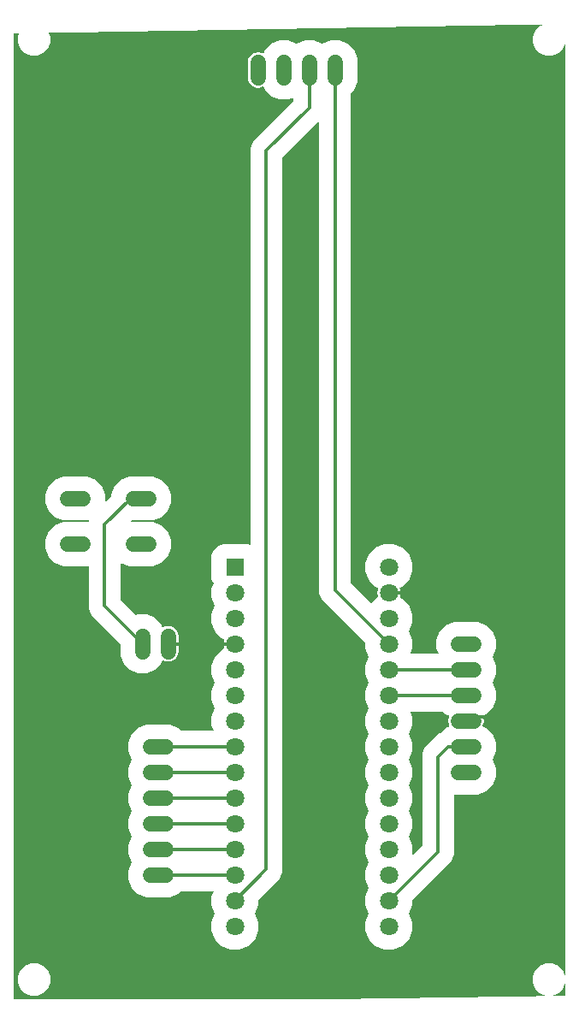
<source format=gbr>
G04 EAGLE Gerber RS-274X export*
G75*
%MOMM*%
%FSLAX34Y34*%
%LPD*%
%INTop Copper*%
%IPPOS*%
%AMOC8*
5,1,8,0,0,1.08239X$1,22.5*%
G01*
%ADD10C,1.524000*%
%ADD11R,1.800000X1.800000*%
%ADD12C,1.800000*%
%ADD13C,1.508000*%
%ADD14C,0.304800*%

G36*
X534876Y-5D02*
X534876Y-5D01*
X535163Y0D01*
X535164Y0D01*
X765776Y3976D01*
X765781Y3980D01*
X765781Y3981D01*
X765781Y16344D01*
X765779Y16346D01*
X765778Y16348D01*
X765777Y16348D01*
X765776Y16349D01*
X765774Y16347D01*
X765771Y16346D01*
X763538Y10954D01*
X759046Y6462D01*
X753177Y4031D01*
X746823Y4031D01*
X740954Y6462D01*
X736462Y10954D01*
X734031Y16823D01*
X734031Y23177D01*
X736462Y29046D01*
X740954Y33538D01*
X746824Y35969D01*
X753176Y35969D01*
X759046Y33538D01*
X763538Y29046D01*
X765771Y23654D01*
X765774Y23653D01*
X765775Y23651D01*
X765776Y23652D01*
X765777Y23651D01*
X765778Y23654D01*
X765781Y23656D01*
X765781Y946344D01*
X765779Y946346D01*
X765778Y946348D01*
X765777Y946348D01*
X765776Y946349D01*
X765776Y946348D01*
X765774Y946347D01*
X765771Y946346D01*
X763538Y940954D01*
X759046Y936462D01*
X753177Y934031D01*
X746823Y934031D01*
X740954Y936462D01*
X736462Y940954D01*
X734031Y946823D01*
X734031Y953177D01*
X736462Y959046D01*
X740954Y963538D01*
X744879Y965164D01*
X744880Y965166D01*
X744882Y965168D01*
X744881Y965168D01*
X744881Y965169D01*
X744879Y965171D01*
X744877Y965173D01*
X744684Y965170D01*
X744683Y965170D01*
X744396Y965165D01*
X744394Y965165D01*
X744108Y965160D01*
X744106Y965160D01*
X743820Y965155D01*
X743818Y965155D01*
X743532Y965150D01*
X743530Y965150D01*
X743243Y965145D01*
X743242Y965145D01*
X742955Y965140D01*
X742954Y965140D01*
X742667Y965135D01*
X742665Y965135D01*
X742379Y965130D01*
X742377Y965130D01*
X742091Y965125D01*
X742089Y965125D01*
X741803Y965120D01*
X741801Y965120D01*
X741514Y965115D01*
X741513Y965115D01*
X741226Y965110D01*
X741224Y965110D01*
X740938Y965105D01*
X740936Y965105D01*
X740650Y965100D01*
X740648Y965100D01*
X740362Y965095D01*
X740360Y965095D01*
X740073Y965090D01*
X740072Y965090D01*
X739785Y965085D01*
X739783Y965085D01*
X739497Y965080D01*
X739495Y965080D01*
X739209Y965075D01*
X739207Y965075D01*
X738921Y965070D01*
X738919Y965070D01*
X738632Y965065D01*
X738631Y965065D01*
X738344Y965060D01*
X738343Y965060D01*
X738056Y965056D01*
X738054Y965056D01*
X738054Y965055D01*
X737768Y965051D01*
X737766Y965051D01*
X737480Y965046D01*
X737478Y965046D01*
X737192Y965041D01*
X737190Y965041D01*
X736903Y965036D01*
X736902Y965036D01*
X736615Y965031D01*
X736613Y965031D01*
X736327Y965026D01*
X736325Y965026D01*
X736039Y965021D01*
X736037Y965021D01*
X735751Y965016D01*
X735749Y965016D01*
X735462Y965011D01*
X735461Y965011D01*
X735174Y965006D01*
X735172Y965006D01*
X734886Y965001D01*
X734884Y965001D01*
X734598Y964996D01*
X734596Y964996D01*
X734310Y964991D01*
X734308Y964991D01*
X734021Y964986D01*
X734020Y964986D01*
X733733Y964981D01*
X733732Y964981D01*
X733445Y964976D01*
X733443Y964976D01*
X733157Y964971D01*
X733155Y964971D01*
X732869Y964966D01*
X732867Y964966D01*
X732581Y964961D01*
X732579Y964961D01*
X732292Y964956D01*
X732291Y964956D01*
X732004Y964951D01*
X732002Y964951D01*
X731716Y964946D01*
X731714Y964946D01*
X731428Y964941D01*
X731426Y964941D01*
X731140Y964936D01*
X731138Y964936D01*
X730851Y964931D01*
X730850Y964931D01*
X730563Y964926D01*
X730561Y964926D01*
X730275Y964921D01*
X730273Y964921D01*
X729987Y964916D01*
X729985Y964916D01*
X729699Y964911D01*
X729697Y964911D01*
X729410Y964906D01*
X729409Y964906D01*
X729122Y964901D01*
X729121Y964901D01*
X728834Y964897D01*
X728832Y964897D01*
X728832Y964896D01*
X728546Y964892D01*
X728544Y964892D01*
X728258Y964887D01*
X728256Y964887D01*
X727970Y964882D01*
X727968Y964882D01*
X727681Y964877D01*
X727680Y964877D01*
X727393Y964872D01*
X727391Y964872D01*
X727105Y964867D01*
X727103Y964867D01*
X726817Y964862D01*
X726815Y964862D01*
X726529Y964857D01*
X726527Y964857D01*
X726240Y964852D01*
X726239Y964852D01*
X725952Y964847D01*
X725950Y964847D01*
X725664Y964842D01*
X725662Y964842D01*
X725376Y964837D01*
X725374Y964837D01*
X725088Y964832D01*
X725086Y964832D01*
X724799Y964827D01*
X724798Y964827D01*
X724511Y964822D01*
X724510Y964822D01*
X724223Y964817D01*
X724221Y964817D01*
X723935Y964812D01*
X723933Y964812D01*
X723647Y964807D01*
X723645Y964807D01*
X723359Y964802D01*
X723357Y964802D01*
X723070Y964797D01*
X723069Y964797D01*
X722782Y964792D01*
X722780Y964792D01*
X722494Y964787D01*
X722492Y964787D01*
X722206Y964782D01*
X722204Y964782D01*
X721918Y964777D01*
X721916Y964777D01*
X721629Y964772D01*
X721628Y964772D01*
X721341Y964767D01*
X721339Y964767D01*
X721053Y964762D01*
X721051Y964762D01*
X720765Y964757D01*
X720763Y964757D01*
X720477Y964752D01*
X720475Y964752D01*
X720188Y964747D01*
X720187Y964747D01*
X719900Y964742D01*
X719899Y964742D01*
X719898Y964742D01*
X719612Y964738D01*
X719610Y964738D01*
X719610Y964737D01*
X719324Y964733D01*
X719322Y964733D01*
X719036Y964728D01*
X719034Y964728D01*
X718748Y964723D01*
X718746Y964723D01*
X718459Y964718D01*
X718458Y964718D01*
X718171Y964713D01*
X718169Y964713D01*
X717883Y964708D01*
X717881Y964708D01*
X717595Y964703D01*
X717593Y964703D01*
X717307Y964698D01*
X717305Y964698D01*
X717018Y964693D01*
X717017Y964693D01*
X716730Y964688D01*
X716728Y964688D01*
X716442Y964683D01*
X716440Y964683D01*
X716154Y964678D01*
X716152Y964678D01*
X715866Y964673D01*
X715864Y964673D01*
X715577Y964668D01*
X715576Y964668D01*
X715289Y964663D01*
X715288Y964663D01*
X715287Y964663D01*
X715001Y964658D01*
X714999Y964658D01*
X714713Y964653D01*
X714711Y964653D01*
X714425Y964648D01*
X714423Y964648D01*
X714136Y964643D01*
X714135Y964643D01*
X713848Y964638D01*
X713847Y964638D01*
X713560Y964633D01*
X713558Y964633D01*
X713272Y964628D01*
X713270Y964628D01*
X712984Y964623D01*
X712982Y964623D01*
X712696Y964618D01*
X712694Y964618D01*
X712407Y964613D01*
X712406Y964613D01*
X712119Y964608D01*
X712117Y964608D01*
X711831Y964603D01*
X711829Y964603D01*
X711543Y964598D01*
X711541Y964598D01*
X711255Y964593D01*
X711253Y964593D01*
X710966Y964588D01*
X710965Y964588D01*
X710678Y964583D01*
X710677Y964583D01*
X710676Y964583D01*
X710390Y964579D01*
X710388Y964579D01*
X710388Y964578D01*
X710102Y964574D01*
X710100Y964574D01*
X709814Y964569D01*
X709812Y964569D01*
X709525Y964564D01*
X709524Y964564D01*
X709237Y964559D01*
X709236Y964559D01*
X708949Y964554D01*
X708947Y964554D01*
X708661Y964549D01*
X708659Y964549D01*
X708373Y964544D01*
X708371Y964544D01*
X708085Y964539D01*
X708083Y964539D01*
X707796Y964534D01*
X707795Y964534D01*
X707508Y964529D01*
X707506Y964529D01*
X707220Y964524D01*
X707218Y964524D01*
X706932Y964519D01*
X706930Y964519D01*
X706644Y964514D01*
X706642Y964514D01*
X706355Y964509D01*
X706354Y964509D01*
X706067Y964504D01*
X706066Y964504D01*
X706065Y964504D01*
X705779Y964499D01*
X705777Y964499D01*
X705491Y964494D01*
X705489Y964494D01*
X705203Y964489D01*
X705201Y964489D01*
X704914Y964484D01*
X704913Y964484D01*
X704626Y964479D01*
X704625Y964479D01*
X704338Y964474D01*
X704336Y964474D01*
X704050Y964469D01*
X704048Y964469D01*
X703762Y964464D01*
X703760Y964464D01*
X703474Y964459D01*
X703472Y964459D01*
X703185Y964454D01*
X703184Y964454D01*
X702897Y964449D01*
X702895Y964449D01*
X702609Y964444D01*
X702607Y964444D01*
X702321Y964439D01*
X702319Y964439D01*
X702033Y964434D01*
X702031Y964434D01*
X701744Y964429D01*
X701743Y964429D01*
X701456Y964424D01*
X701454Y964424D01*
X701168Y964420D01*
X701166Y964420D01*
X701166Y964419D01*
X700880Y964415D01*
X700878Y964415D01*
X700592Y964410D01*
X700590Y964410D01*
X700303Y964405D01*
X700302Y964405D01*
X700015Y964400D01*
X700014Y964400D01*
X699727Y964395D01*
X699725Y964395D01*
X699439Y964390D01*
X699437Y964390D01*
X699151Y964385D01*
X699149Y964385D01*
X698863Y964380D01*
X698861Y964380D01*
X698574Y964375D01*
X698573Y964375D01*
X698286Y964370D01*
X698284Y964370D01*
X697998Y964365D01*
X697996Y964365D01*
X697710Y964360D01*
X697708Y964360D01*
X697422Y964355D01*
X697420Y964355D01*
X697133Y964350D01*
X697132Y964350D01*
X696845Y964345D01*
X696843Y964345D01*
X696557Y964340D01*
X696555Y964340D01*
X696269Y964335D01*
X696267Y964335D01*
X695981Y964330D01*
X695979Y964330D01*
X695692Y964325D01*
X695691Y964325D01*
X695404Y964320D01*
X695403Y964320D01*
X695116Y964315D01*
X695114Y964315D01*
X694828Y964310D01*
X694826Y964310D01*
X694540Y964305D01*
X694538Y964305D01*
X694252Y964300D01*
X694250Y964300D01*
X693963Y964295D01*
X693962Y964295D01*
X693675Y964290D01*
X693673Y964290D01*
X693387Y964285D01*
X693385Y964285D01*
X693099Y964280D01*
X693097Y964280D01*
X692811Y964275D01*
X692809Y964275D01*
X692522Y964270D01*
X692521Y964270D01*
X692234Y964265D01*
X692232Y964265D01*
X691946Y964261D01*
X691944Y964261D01*
X691944Y964260D01*
X691658Y964256D01*
X691656Y964256D01*
X691370Y964251D01*
X691368Y964251D01*
X691081Y964246D01*
X691080Y964246D01*
X690793Y964241D01*
X690792Y964241D01*
X690505Y964236D01*
X690503Y964236D01*
X690217Y964231D01*
X690215Y964231D01*
X689929Y964226D01*
X689927Y964226D01*
X689641Y964221D01*
X689639Y964221D01*
X689352Y964216D01*
X689351Y964216D01*
X689064Y964211D01*
X689062Y964211D01*
X688776Y964206D01*
X688774Y964206D01*
X688488Y964201D01*
X688486Y964201D01*
X688200Y964196D01*
X688198Y964196D01*
X687911Y964191D01*
X687910Y964191D01*
X687623Y964186D01*
X687621Y964186D01*
X687335Y964181D01*
X687333Y964181D01*
X687047Y964176D01*
X687045Y964176D01*
X686759Y964171D01*
X686757Y964171D01*
X686470Y964166D01*
X686469Y964166D01*
X686182Y964161D01*
X686181Y964161D01*
X685894Y964156D01*
X685892Y964156D01*
X685606Y964151D01*
X685604Y964151D01*
X685318Y964146D01*
X685316Y964146D01*
X685030Y964141D01*
X685028Y964141D01*
X684741Y964136D01*
X684740Y964136D01*
X684453Y964131D01*
X684451Y964131D01*
X684165Y964126D01*
X684163Y964126D01*
X683877Y964121D01*
X683875Y964121D01*
X683589Y964116D01*
X683587Y964116D01*
X683300Y964111D01*
X683299Y964111D01*
X683012Y964106D01*
X683010Y964106D01*
X682724Y964102D01*
X682722Y964102D01*
X682722Y964101D01*
X682436Y964097D01*
X682434Y964097D01*
X682148Y964092D01*
X682146Y964092D01*
X681859Y964087D01*
X681858Y964087D01*
X681571Y964082D01*
X681570Y964082D01*
X681569Y964082D01*
X681283Y964077D01*
X681281Y964077D01*
X680995Y964072D01*
X680993Y964072D01*
X680707Y964067D01*
X680705Y964067D01*
X680419Y964062D01*
X680417Y964062D01*
X680130Y964057D01*
X680129Y964057D01*
X679842Y964052D01*
X679840Y964052D01*
X679554Y964047D01*
X679552Y964047D01*
X679266Y964042D01*
X679264Y964042D01*
X678978Y964037D01*
X678976Y964037D01*
X678689Y964032D01*
X678688Y964032D01*
X678401Y964027D01*
X678399Y964027D01*
X678113Y964022D01*
X678111Y964022D01*
X677825Y964017D01*
X677823Y964017D01*
X677537Y964012D01*
X677535Y964012D01*
X677248Y964007D01*
X677247Y964007D01*
X676960Y964002D01*
X676959Y964002D01*
X676958Y964002D01*
X676672Y963997D01*
X676670Y963997D01*
X676384Y963992D01*
X676382Y963992D01*
X676096Y963987D01*
X676094Y963987D01*
X675808Y963982D01*
X675806Y963982D01*
X675519Y963977D01*
X675518Y963977D01*
X675231Y963972D01*
X675229Y963972D01*
X674943Y963967D01*
X674941Y963967D01*
X674655Y963962D01*
X674653Y963962D01*
X674367Y963957D01*
X674365Y963957D01*
X674078Y963952D01*
X674077Y963952D01*
X673790Y963947D01*
X673788Y963947D01*
X673502Y963943D01*
X673500Y963943D01*
X673500Y963942D01*
X673214Y963938D01*
X673212Y963938D01*
X672926Y963933D01*
X672924Y963933D01*
X672637Y963928D01*
X672636Y963928D01*
X672349Y963923D01*
X672348Y963923D01*
X672347Y963923D01*
X672061Y963918D01*
X672059Y963918D01*
X671773Y963913D01*
X671771Y963913D01*
X671485Y963908D01*
X671483Y963908D01*
X671196Y963903D01*
X671195Y963903D01*
X670908Y963898D01*
X670907Y963898D01*
X670620Y963893D01*
X670618Y963893D01*
X670332Y963888D01*
X670330Y963888D01*
X670044Y963883D01*
X670042Y963883D01*
X669756Y963878D01*
X669754Y963878D01*
X669467Y963873D01*
X669466Y963873D01*
X669179Y963868D01*
X669177Y963868D01*
X668891Y963863D01*
X668889Y963863D01*
X668603Y963858D01*
X668601Y963858D01*
X668315Y963853D01*
X668313Y963853D01*
X668026Y963848D01*
X668025Y963848D01*
X667738Y963843D01*
X667737Y963843D01*
X667736Y963843D01*
X667450Y963838D01*
X667448Y963838D01*
X667162Y963833D01*
X667160Y963833D01*
X666874Y963828D01*
X666872Y963828D01*
X666585Y963823D01*
X666584Y963823D01*
X666297Y963818D01*
X666296Y963818D01*
X666009Y963813D01*
X666007Y963813D01*
X665721Y963808D01*
X665719Y963808D01*
X665433Y963803D01*
X665431Y963803D01*
X665145Y963798D01*
X665143Y963798D01*
X664856Y963793D01*
X664855Y963793D01*
X664568Y963788D01*
X664566Y963788D01*
X664280Y963784D01*
X664278Y963784D01*
X664278Y963783D01*
X663992Y963779D01*
X663990Y963779D01*
X663704Y963774D01*
X663702Y963774D01*
X663415Y963769D01*
X663414Y963769D01*
X663127Y963764D01*
X663125Y963764D01*
X662839Y963759D01*
X662837Y963759D01*
X662551Y963754D01*
X662549Y963754D01*
X662263Y963749D01*
X662261Y963749D01*
X661974Y963744D01*
X661973Y963744D01*
X661686Y963739D01*
X661685Y963739D01*
X661398Y963734D01*
X661396Y963734D01*
X661110Y963729D01*
X661108Y963729D01*
X660822Y963724D01*
X660820Y963724D01*
X660534Y963719D01*
X660532Y963719D01*
X660245Y963714D01*
X660244Y963714D01*
X659957Y963709D01*
X659955Y963709D01*
X659669Y963704D01*
X659667Y963704D01*
X659381Y963699D01*
X659379Y963699D01*
X659093Y963694D01*
X659091Y963694D01*
X658804Y963689D01*
X658803Y963689D01*
X658516Y963684D01*
X658514Y963684D01*
X658228Y963679D01*
X658226Y963679D01*
X657940Y963674D01*
X657938Y963674D01*
X657652Y963669D01*
X657650Y963669D01*
X657363Y963664D01*
X657362Y963664D01*
X657075Y963659D01*
X657074Y963659D01*
X656787Y963654D01*
X656785Y963654D01*
X656499Y963649D01*
X656497Y963649D01*
X656211Y963644D01*
X656209Y963644D01*
X655923Y963639D01*
X655921Y963639D01*
X655634Y963634D01*
X655633Y963634D01*
X655346Y963629D01*
X655344Y963629D01*
X655058Y963625D01*
X655056Y963625D01*
X655056Y963624D01*
X654770Y963620D01*
X654768Y963620D01*
X654482Y963615D01*
X654480Y963615D01*
X654193Y963610D01*
X654192Y963610D01*
X653905Y963605D01*
X653903Y963605D01*
X653617Y963600D01*
X653615Y963600D01*
X653329Y963595D01*
X653327Y963595D01*
X653041Y963590D01*
X653039Y963590D01*
X652752Y963585D01*
X652751Y963585D01*
X652464Y963580D01*
X652463Y963580D01*
X652176Y963575D01*
X652174Y963575D01*
X651888Y963570D01*
X651886Y963570D01*
X651600Y963565D01*
X651598Y963565D01*
X651312Y963560D01*
X651310Y963560D01*
X651023Y963555D01*
X651022Y963555D01*
X650735Y963550D01*
X650733Y963550D01*
X650447Y963545D01*
X650445Y963545D01*
X650159Y963540D01*
X650157Y963540D01*
X649871Y963535D01*
X649869Y963535D01*
X649582Y963530D01*
X649581Y963530D01*
X649294Y963525D01*
X649292Y963525D01*
X649006Y963520D01*
X649004Y963520D01*
X648718Y963515D01*
X648716Y963515D01*
X648430Y963510D01*
X648428Y963510D01*
X648141Y963505D01*
X648140Y963505D01*
X647853Y963500D01*
X647852Y963500D01*
X647565Y963495D01*
X647563Y963495D01*
X647277Y963490D01*
X647275Y963490D01*
X646989Y963485D01*
X646987Y963485D01*
X646701Y963480D01*
X646699Y963480D01*
X646412Y963475D01*
X646411Y963475D01*
X646124Y963470D01*
X646122Y963470D01*
X645836Y963466D01*
X645834Y963466D01*
X645834Y963465D01*
X645548Y963461D01*
X645546Y963461D01*
X645260Y963456D01*
X645258Y963456D01*
X644971Y963451D01*
X644970Y963451D01*
X644683Y963446D01*
X644681Y963446D01*
X644395Y963441D01*
X644393Y963441D01*
X644107Y963436D01*
X644105Y963436D01*
X643819Y963431D01*
X643817Y963431D01*
X643530Y963426D01*
X643529Y963426D01*
X643242Y963421D01*
X643241Y963421D01*
X642954Y963416D01*
X642952Y963416D01*
X642666Y963411D01*
X642664Y963411D01*
X642378Y963406D01*
X642376Y963406D01*
X642090Y963401D01*
X642088Y963401D01*
X641801Y963396D01*
X641800Y963396D01*
X641513Y963391D01*
X641511Y963391D01*
X641225Y963386D01*
X641223Y963386D01*
X640937Y963381D01*
X640935Y963381D01*
X640649Y963376D01*
X640647Y963376D01*
X640360Y963371D01*
X640359Y963371D01*
X640072Y963366D01*
X640070Y963366D01*
X639784Y963361D01*
X639782Y963361D01*
X639496Y963356D01*
X639494Y963356D01*
X639208Y963351D01*
X639206Y963351D01*
X638919Y963346D01*
X638918Y963346D01*
X638631Y963341D01*
X638630Y963341D01*
X638629Y963341D01*
X638343Y963336D01*
X638341Y963336D01*
X638055Y963331D01*
X638053Y963331D01*
X637767Y963326D01*
X637765Y963326D01*
X637479Y963321D01*
X637477Y963321D01*
X637190Y963316D01*
X637189Y963316D01*
X636902Y963311D01*
X636900Y963311D01*
X636614Y963307D01*
X636612Y963307D01*
X636612Y963306D01*
X636326Y963302D01*
X636324Y963302D01*
X636038Y963297D01*
X636036Y963297D01*
X635749Y963292D01*
X635748Y963292D01*
X635461Y963287D01*
X635459Y963287D01*
X635173Y963282D01*
X635171Y963282D01*
X634885Y963277D01*
X634883Y963277D01*
X634597Y963272D01*
X634595Y963272D01*
X634308Y963267D01*
X634307Y963267D01*
X634020Y963262D01*
X634019Y963262D01*
X634018Y963262D01*
X633732Y963257D01*
X633730Y963257D01*
X633444Y963252D01*
X633442Y963252D01*
X633156Y963247D01*
X633154Y963247D01*
X632868Y963242D01*
X632866Y963242D01*
X632579Y963237D01*
X632578Y963237D01*
X632291Y963232D01*
X632289Y963232D01*
X632003Y963227D01*
X632001Y963227D01*
X631715Y963222D01*
X631713Y963222D01*
X631427Y963217D01*
X631425Y963217D01*
X631138Y963212D01*
X631137Y963212D01*
X630850Y963207D01*
X630848Y963207D01*
X630562Y963202D01*
X630560Y963202D01*
X630274Y963197D01*
X630272Y963197D01*
X629986Y963192D01*
X629984Y963192D01*
X629697Y963187D01*
X629696Y963187D01*
X629409Y963182D01*
X629408Y963182D01*
X629407Y963182D01*
X629121Y963177D01*
X629119Y963177D01*
X628833Y963172D01*
X628831Y963172D01*
X628545Y963167D01*
X628543Y963167D01*
X628256Y963162D01*
X628255Y963162D01*
X627968Y963157D01*
X627967Y963157D01*
X627680Y963152D01*
X627678Y963152D01*
X627392Y963148D01*
X627390Y963148D01*
X627390Y963147D01*
X627104Y963143D01*
X627102Y963143D01*
X626816Y963138D01*
X626814Y963138D01*
X626527Y963133D01*
X626526Y963133D01*
X626239Y963128D01*
X626237Y963128D01*
X625951Y963123D01*
X625949Y963123D01*
X625663Y963118D01*
X625661Y963118D01*
X625375Y963113D01*
X625373Y963113D01*
X625086Y963108D01*
X625085Y963108D01*
X624798Y963103D01*
X624797Y963103D01*
X624796Y963103D01*
X624510Y963098D01*
X624508Y963098D01*
X624222Y963093D01*
X624220Y963093D01*
X623934Y963088D01*
X623932Y963088D01*
X623645Y963083D01*
X623644Y963083D01*
X623357Y963078D01*
X623356Y963078D01*
X623069Y963073D01*
X623067Y963073D01*
X622781Y963068D01*
X622779Y963068D01*
X622493Y963063D01*
X622491Y963063D01*
X622205Y963058D01*
X622203Y963058D01*
X621916Y963053D01*
X621915Y963053D01*
X621628Y963048D01*
X621626Y963048D01*
X621340Y963043D01*
X621338Y963043D01*
X621052Y963038D01*
X621050Y963038D01*
X620764Y963033D01*
X620762Y963033D01*
X620475Y963028D01*
X620474Y963028D01*
X620187Y963023D01*
X620185Y963023D01*
X619899Y963018D01*
X619897Y963018D01*
X619611Y963013D01*
X619609Y963013D01*
X619323Y963008D01*
X619321Y963008D01*
X619034Y963003D01*
X619033Y963003D01*
X618746Y962998D01*
X618745Y962998D01*
X618458Y962993D01*
X618456Y962993D01*
X618170Y962989D01*
X618168Y962989D01*
X618168Y962988D01*
X617882Y962984D01*
X617880Y962984D01*
X617594Y962979D01*
X617592Y962979D01*
X617305Y962974D01*
X617304Y962974D01*
X617017Y962969D01*
X617015Y962969D01*
X616729Y962964D01*
X616727Y962964D01*
X616441Y962959D01*
X616439Y962959D01*
X616153Y962954D01*
X616151Y962954D01*
X615864Y962949D01*
X615863Y962949D01*
X615576Y962944D01*
X615574Y962944D01*
X615288Y962939D01*
X615286Y962939D01*
X615000Y962934D01*
X614998Y962934D01*
X614712Y962929D01*
X614710Y962929D01*
X614423Y962924D01*
X614422Y962924D01*
X614135Y962919D01*
X614134Y962919D01*
X613847Y962914D01*
X613845Y962914D01*
X613559Y962909D01*
X613557Y962909D01*
X613271Y962904D01*
X613269Y962904D01*
X612983Y962899D01*
X612981Y962899D01*
X612694Y962894D01*
X612693Y962894D01*
X612406Y962889D01*
X612404Y962889D01*
X612118Y962884D01*
X612116Y962884D01*
X611830Y962879D01*
X611828Y962879D01*
X611542Y962874D01*
X611540Y962874D01*
X611253Y962869D01*
X611252Y962869D01*
X610965Y962864D01*
X610963Y962864D01*
X610677Y962859D01*
X610675Y962859D01*
X610389Y962854D01*
X610387Y962854D01*
X610101Y962849D01*
X610099Y962849D01*
X609812Y962844D01*
X609811Y962844D01*
X609524Y962839D01*
X609523Y962839D01*
X609236Y962834D01*
X609234Y962834D01*
X608948Y962830D01*
X608946Y962830D01*
X608946Y962829D01*
X608660Y962825D01*
X608658Y962825D01*
X608372Y962820D01*
X608370Y962820D01*
X608083Y962815D01*
X608082Y962815D01*
X607795Y962810D01*
X607793Y962810D01*
X607507Y962805D01*
X607505Y962805D01*
X607219Y962800D01*
X607217Y962800D01*
X606931Y962795D01*
X606929Y962795D01*
X606642Y962790D01*
X606641Y962790D01*
X606354Y962785D01*
X606352Y962785D01*
X606066Y962780D01*
X606064Y962780D01*
X605778Y962775D01*
X605776Y962775D01*
X605490Y962770D01*
X605488Y962770D01*
X605201Y962765D01*
X605200Y962765D01*
X604913Y962760D01*
X604912Y962760D01*
X604625Y962755D01*
X604623Y962755D01*
X604337Y962750D01*
X604335Y962750D01*
X604049Y962745D01*
X604047Y962745D01*
X603761Y962740D01*
X603759Y962740D01*
X603472Y962735D01*
X603471Y962735D01*
X603184Y962730D01*
X603182Y962730D01*
X602896Y962725D01*
X602894Y962725D01*
X602608Y962720D01*
X602606Y962720D01*
X602320Y962715D01*
X602318Y962715D01*
X602031Y962710D01*
X602030Y962710D01*
X601743Y962705D01*
X601741Y962705D01*
X601455Y962700D01*
X601453Y962700D01*
X601167Y962695D01*
X601165Y962695D01*
X600879Y962690D01*
X600877Y962690D01*
X600590Y962685D01*
X600589Y962685D01*
X600302Y962680D01*
X600301Y962680D01*
X600300Y962680D01*
X600014Y962675D01*
X600012Y962675D01*
X599726Y962671D01*
X599724Y962671D01*
X599724Y962670D01*
X599438Y962666D01*
X599436Y962666D01*
X599150Y962661D01*
X599148Y962661D01*
X598861Y962656D01*
X598860Y962656D01*
X598573Y962651D01*
X598571Y962651D01*
X598285Y962646D01*
X598283Y962646D01*
X597997Y962641D01*
X597995Y962641D01*
X597709Y962636D01*
X597707Y962636D01*
X597420Y962631D01*
X597419Y962631D01*
X597132Y962626D01*
X597130Y962626D01*
X596844Y962621D01*
X596842Y962621D01*
X596556Y962616D01*
X596554Y962616D01*
X596268Y962611D01*
X596266Y962611D01*
X595979Y962606D01*
X595978Y962606D01*
X595691Y962601D01*
X595690Y962601D01*
X595689Y962601D01*
X595403Y962596D01*
X595401Y962596D01*
X595115Y962591D01*
X595113Y962591D01*
X594827Y962586D01*
X594825Y962586D01*
X594539Y962581D01*
X594537Y962581D01*
X594250Y962576D01*
X594249Y962576D01*
X593962Y962571D01*
X593960Y962571D01*
X593674Y962566D01*
X593672Y962566D01*
X593386Y962561D01*
X593384Y962561D01*
X593098Y962556D01*
X593096Y962556D01*
X592809Y962551D01*
X592808Y962551D01*
X592521Y962546D01*
X592519Y962546D01*
X592233Y962541D01*
X592231Y962541D01*
X591945Y962536D01*
X591943Y962536D01*
X591657Y962531D01*
X591655Y962531D01*
X591368Y962526D01*
X591367Y962526D01*
X591080Y962521D01*
X591079Y962521D01*
X591078Y962521D01*
X590792Y962516D01*
X590790Y962516D01*
X590504Y962512D01*
X590502Y962512D01*
X590502Y962511D01*
X590216Y962507D01*
X590214Y962507D01*
X589927Y962502D01*
X589926Y962502D01*
X589639Y962497D01*
X589638Y962497D01*
X589351Y962492D01*
X589349Y962492D01*
X589063Y962487D01*
X589061Y962487D01*
X588775Y962482D01*
X588773Y962482D01*
X588487Y962477D01*
X588485Y962477D01*
X588198Y962472D01*
X588197Y962472D01*
X587910Y962467D01*
X587908Y962467D01*
X587622Y962462D01*
X587620Y962462D01*
X587334Y962457D01*
X587332Y962457D01*
X587046Y962452D01*
X587044Y962452D01*
X586757Y962447D01*
X586756Y962447D01*
X586469Y962442D01*
X586468Y962442D01*
X586467Y962442D01*
X586181Y962437D01*
X586179Y962437D01*
X585893Y962432D01*
X585891Y962432D01*
X585605Y962427D01*
X585603Y962427D01*
X585316Y962422D01*
X585315Y962422D01*
X585028Y962417D01*
X585027Y962417D01*
X584740Y962412D01*
X584738Y962412D01*
X584452Y962407D01*
X584450Y962407D01*
X584164Y962402D01*
X584162Y962402D01*
X583876Y962397D01*
X583874Y962397D01*
X583587Y962392D01*
X583586Y962392D01*
X583299Y962387D01*
X583297Y962387D01*
X583011Y962382D01*
X583009Y962382D01*
X582723Y962377D01*
X582721Y962377D01*
X582435Y962372D01*
X582433Y962372D01*
X582146Y962367D01*
X582145Y962367D01*
X581858Y962362D01*
X581857Y962362D01*
X581856Y962362D01*
X581570Y962357D01*
X581568Y962357D01*
X581282Y962353D01*
X581280Y962353D01*
X581280Y962352D01*
X580994Y962348D01*
X580992Y962348D01*
X580705Y962343D01*
X580704Y962343D01*
X580417Y962338D01*
X580416Y962338D01*
X580129Y962333D01*
X580127Y962333D01*
X579841Y962328D01*
X579839Y962328D01*
X579553Y962323D01*
X579551Y962323D01*
X579265Y962318D01*
X579263Y962318D01*
X578976Y962313D01*
X578975Y962313D01*
X578688Y962308D01*
X578686Y962308D01*
X578400Y962303D01*
X578398Y962303D01*
X578112Y962298D01*
X578110Y962298D01*
X577824Y962293D01*
X577822Y962293D01*
X577535Y962288D01*
X577534Y962288D01*
X577247Y962283D01*
X577245Y962283D01*
X576959Y962278D01*
X576957Y962278D01*
X576671Y962273D01*
X576669Y962273D01*
X576383Y962268D01*
X576381Y962268D01*
X576094Y962263D01*
X576093Y962263D01*
X575806Y962258D01*
X575805Y962258D01*
X575518Y962253D01*
X575516Y962253D01*
X575230Y962248D01*
X575228Y962248D01*
X574942Y962243D01*
X574940Y962243D01*
X574654Y962238D01*
X574652Y962238D01*
X574365Y962233D01*
X574364Y962233D01*
X574077Y962228D01*
X574075Y962228D01*
X573789Y962223D01*
X573787Y962223D01*
X573501Y962218D01*
X573499Y962218D01*
X573213Y962213D01*
X573211Y962213D01*
X572924Y962208D01*
X572923Y962208D01*
X572636Y962203D01*
X572634Y962203D01*
X572348Y962198D01*
X572346Y962198D01*
X572060Y962194D01*
X572058Y962194D01*
X572058Y962193D01*
X571772Y962189D01*
X571770Y962189D01*
X571483Y962184D01*
X571482Y962184D01*
X571195Y962179D01*
X571194Y962179D01*
X570907Y962174D01*
X570905Y962174D01*
X570619Y962169D01*
X570617Y962169D01*
X570331Y962164D01*
X570329Y962164D01*
X570043Y962159D01*
X570041Y962159D01*
X569754Y962154D01*
X569753Y962154D01*
X569466Y962149D01*
X569464Y962149D01*
X569178Y962144D01*
X569176Y962144D01*
X568890Y962139D01*
X568888Y962139D01*
X568602Y962134D01*
X568600Y962134D01*
X568313Y962129D01*
X568312Y962129D01*
X568025Y962124D01*
X568023Y962124D01*
X567737Y962119D01*
X567735Y962119D01*
X567449Y962114D01*
X567447Y962114D01*
X567161Y962109D01*
X567159Y962109D01*
X566872Y962104D01*
X566871Y962104D01*
X566584Y962099D01*
X566583Y962099D01*
X566296Y962094D01*
X566294Y962094D01*
X566008Y962089D01*
X566006Y962089D01*
X565720Y962084D01*
X565718Y962084D01*
X565432Y962079D01*
X565430Y962079D01*
X565143Y962074D01*
X565142Y962074D01*
X564855Y962069D01*
X564853Y962069D01*
X564567Y962064D01*
X564565Y962064D01*
X564279Y962059D01*
X564277Y962059D01*
X563991Y962054D01*
X563989Y962054D01*
X563702Y962049D01*
X563701Y962049D01*
X563414Y962044D01*
X563412Y962044D01*
X563126Y962039D01*
X563124Y962039D01*
X562838Y962035D01*
X562836Y962035D01*
X562836Y962034D01*
X562550Y962030D01*
X562548Y962030D01*
X562261Y962025D01*
X562260Y962025D01*
X561973Y962020D01*
X561972Y962020D01*
X561685Y962015D01*
X561683Y962015D01*
X561397Y962010D01*
X561395Y962010D01*
X561109Y962005D01*
X561107Y962005D01*
X560821Y962000D01*
X560819Y962000D01*
X560532Y961995D01*
X560531Y961995D01*
X560244Y961990D01*
X560242Y961990D01*
X559956Y961985D01*
X559954Y961985D01*
X559668Y961980D01*
X559666Y961980D01*
X559380Y961975D01*
X559378Y961975D01*
X559091Y961970D01*
X559090Y961970D01*
X558803Y961965D01*
X558801Y961965D01*
X558515Y961960D01*
X558513Y961960D01*
X558227Y961955D01*
X558225Y961955D01*
X557939Y961950D01*
X557937Y961950D01*
X557650Y961945D01*
X557649Y961945D01*
X557362Y961940D01*
X557361Y961940D01*
X557360Y961940D01*
X557074Y961935D01*
X557072Y961935D01*
X556786Y961930D01*
X556784Y961930D01*
X556498Y961925D01*
X556496Y961925D01*
X556210Y961920D01*
X556208Y961920D01*
X555921Y961915D01*
X555920Y961915D01*
X555633Y961910D01*
X555631Y961910D01*
X555345Y961905D01*
X555343Y961905D01*
X555057Y961900D01*
X555055Y961900D01*
X554769Y961895D01*
X554767Y961895D01*
X554480Y961890D01*
X554479Y961890D01*
X554192Y961885D01*
X554190Y961885D01*
X553904Y961880D01*
X553902Y961880D01*
X553616Y961876D01*
X553614Y961876D01*
X553614Y961875D01*
X553328Y961871D01*
X553326Y961871D01*
X553039Y961866D01*
X553038Y961866D01*
X552751Y961861D01*
X552750Y961861D01*
X552749Y961861D01*
X552463Y961856D01*
X552461Y961856D01*
X552175Y961851D01*
X552173Y961851D01*
X551887Y961846D01*
X551885Y961846D01*
X551599Y961841D01*
X551597Y961841D01*
X551310Y961836D01*
X551309Y961836D01*
X551022Y961831D01*
X551020Y961831D01*
X550734Y961826D01*
X550732Y961826D01*
X550446Y961821D01*
X550444Y961821D01*
X550158Y961816D01*
X550156Y961816D01*
X549869Y961811D01*
X549868Y961811D01*
X549581Y961806D01*
X549579Y961806D01*
X549293Y961801D01*
X549291Y961801D01*
X549005Y961796D01*
X549003Y961796D01*
X548717Y961791D01*
X548715Y961791D01*
X548428Y961786D01*
X548427Y961786D01*
X548140Y961781D01*
X548139Y961781D01*
X548138Y961781D01*
X547852Y961776D01*
X547850Y961776D01*
X547564Y961771D01*
X547562Y961771D01*
X547276Y961766D01*
X547274Y961766D01*
X546987Y961761D01*
X546986Y961761D01*
X546699Y961756D01*
X546698Y961756D01*
X546411Y961751D01*
X546409Y961751D01*
X546123Y961746D01*
X546121Y961746D01*
X545835Y961741D01*
X545833Y961741D01*
X545547Y961736D01*
X545545Y961736D01*
X545258Y961731D01*
X545257Y961731D01*
X544970Y961726D01*
X544968Y961726D01*
X544682Y961721D01*
X544680Y961721D01*
X544394Y961717D01*
X544392Y961717D01*
X544392Y961716D01*
X544106Y961712D01*
X544104Y961712D01*
X543817Y961707D01*
X543816Y961707D01*
X543529Y961702D01*
X543528Y961702D01*
X543527Y961702D01*
X543241Y961697D01*
X543239Y961697D01*
X542953Y961692D01*
X542951Y961692D01*
X542665Y961687D01*
X542663Y961687D01*
X542376Y961682D01*
X542375Y961682D01*
X542088Y961677D01*
X542087Y961677D01*
X541800Y961672D01*
X541798Y961672D01*
X541512Y961667D01*
X541510Y961667D01*
X541224Y961662D01*
X541222Y961662D01*
X540936Y961657D01*
X540934Y961657D01*
X540647Y961652D01*
X540646Y961652D01*
X540359Y961647D01*
X540357Y961647D01*
X540071Y961642D01*
X540069Y961642D01*
X539783Y961637D01*
X539781Y961637D01*
X539495Y961632D01*
X539493Y961632D01*
X539206Y961627D01*
X539205Y961627D01*
X538918Y961622D01*
X538916Y961622D01*
X538630Y961617D01*
X538628Y961617D01*
X538342Y961612D01*
X538340Y961612D01*
X538054Y961607D01*
X538052Y961607D01*
X537765Y961602D01*
X537764Y961602D01*
X537477Y961597D01*
X537476Y961597D01*
X537189Y961592D01*
X537187Y961592D01*
X536901Y961587D01*
X536899Y961587D01*
X536613Y961582D01*
X536611Y961582D01*
X536325Y961577D01*
X536323Y961577D01*
X536036Y961572D01*
X536035Y961572D01*
X535748Y961567D01*
X535746Y961567D01*
X535460Y961562D01*
X535458Y961562D01*
X535172Y961558D01*
X535170Y961558D01*
X535170Y961557D01*
X534884Y961553D01*
X534882Y961553D01*
X534595Y961548D01*
X534594Y961548D01*
X534307Y961543D01*
X534305Y961543D01*
X534019Y961538D01*
X534017Y961538D01*
X533731Y961533D01*
X533729Y961533D01*
X533443Y961528D01*
X533441Y961528D01*
X533154Y961523D01*
X533153Y961523D01*
X532866Y961518D01*
X532865Y961518D01*
X532578Y961513D01*
X532576Y961513D01*
X532290Y961508D01*
X532288Y961508D01*
X532002Y961503D01*
X532000Y961503D01*
X531714Y961498D01*
X531712Y961498D01*
X531425Y961493D01*
X531424Y961493D01*
X531137Y961488D01*
X531135Y961488D01*
X530849Y961483D01*
X530847Y961483D01*
X530561Y961478D01*
X530559Y961478D01*
X530273Y961473D01*
X530271Y961473D01*
X529984Y961468D01*
X529983Y961468D01*
X529696Y961463D01*
X529694Y961463D01*
X529408Y961458D01*
X529406Y961458D01*
X529120Y961453D01*
X529118Y961453D01*
X528832Y961448D01*
X528830Y961448D01*
X528543Y961443D01*
X528542Y961443D01*
X528255Y961438D01*
X528254Y961438D01*
X527967Y961433D01*
X527965Y961433D01*
X527679Y961428D01*
X527677Y961428D01*
X527391Y961423D01*
X527389Y961423D01*
X527103Y961418D01*
X527101Y961418D01*
X526814Y961413D01*
X526813Y961413D01*
X526526Y961408D01*
X526524Y961408D01*
X526238Y961403D01*
X526236Y961403D01*
X525950Y961399D01*
X525948Y961399D01*
X525948Y961398D01*
X525662Y961394D01*
X525660Y961394D01*
X525373Y961389D01*
X525372Y961389D01*
X525085Y961384D01*
X525083Y961384D01*
X524797Y961379D01*
X524795Y961379D01*
X524509Y961374D01*
X524507Y961374D01*
X524221Y961369D01*
X524219Y961369D01*
X523932Y961364D01*
X523931Y961364D01*
X523644Y961359D01*
X523643Y961359D01*
X523356Y961354D01*
X523354Y961354D01*
X523068Y961349D01*
X523066Y961349D01*
X522780Y961344D01*
X522778Y961344D01*
X522492Y961339D01*
X522490Y961339D01*
X522203Y961334D01*
X522202Y961334D01*
X521915Y961329D01*
X521913Y961329D01*
X521627Y961324D01*
X521625Y961324D01*
X521339Y961319D01*
X521337Y961319D01*
X521051Y961314D01*
X521049Y961314D01*
X520762Y961309D01*
X520761Y961309D01*
X520474Y961304D01*
X520472Y961304D01*
X520186Y961299D01*
X520184Y961299D01*
X519898Y961294D01*
X519896Y961294D01*
X519610Y961289D01*
X519608Y961289D01*
X519321Y961284D01*
X519320Y961284D01*
X519033Y961279D01*
X519032Y961279D01*
X519031Y961279D01*
X518745Y961274D01*
X518743Y961274D01*
X518457Y961269D01*
X518455Y961269D01*
X518169Y961264D01*
X518167Y961264D01*
X517881Y961259D01*
X517879Y961259D01*
X517592Y961254D01*
X517591Y961254D01*
X517304Y961249D01*
X517302Y961249D01*
X517016Y961244D01*
X517014Y961244D01*
X516728Y961240D01*
X516726Y961240D01*
X516726Y961239D01*
X516440Y961235D01*
X516438Y961235D01*
X516151Y961230D01*
X516150Y961230D01*
X515863Y961225D01*
X515861Y961225D01*
X515575Y961220D01*
X515573Y961220D01*
X515287Y961215D01*
X515285Y961215D01*
X514999Y961210D01*
X514997Y961210D01*
X514710Y961205D01*
X514709Y961205D01*
X514422Y961200D01*
X514421Y961200D01*
X514420Y961200D01*
X514134Y961195D01*
X514132Y961195D01*
X513846Y961190D01*
X513844Y961190D01*
X513558Y961185D01*
X513556Y961185D01*
X513270Y961180D01*
X513268Y961180D01*
X512981Y961175D01*
X512980Y961175D01*
X512693Y961170D01*
X512691Y961170D01*
X512405Y961165D01*
X512403Y961165D01*
X512117Y961160D01*
X512115Y961160D01*
X511829Y961155D01*
X511827Y961155D01*
X511540Y961150D01*
X511539Y961150D01*
X511252Y961145D01*
X511250Y961145D01*
X510964Y961140D01*
X510962Y961140D01*
X510676Y961135D01*
X510674Y961135D01*
X510388Y961130D01*
X510386Y961130D01*
X510099Y961125D01*
X510098Y961125D01*
X509811Y961120D01*
X509810Y961120D01*
X509809Y961120D01*
X509523Y961115D01*
X509521Y961115D01*
X509235Y961110D01*
X509233Y961110D01*
X508947Y961105D01*
X508945Y961105D01*
X508658Y961100D01*
X508657Y961100D01*
X508370Y961095D01*
X508369Y961095D01*
X508082Y961090D01*
X508080Y961090D01*
X507794Y961085D01*
X507792Y961085D01*
X507506Y961081D01*
X507504Y961081D01*
X507504Y961080D01*
X507218Y961076D01*
X507216Y961076D01*
X506929Y961071D01*
X506928Y961071D01*
X506641Y961066D01*
X506639Y961066D01*
X506353Y961061D01*
X506351Y961061D01*
X506065Y961056D01*
X506063Y961056D01*
X505777Y961051D01*
X505775Y961051D01*
X505488Y961046D01*
X505487Y961046D01*
X505200Y961041D01*
X505199Y961041D01*
X505198Y961041D01*
X504912Y961036D01*
X504910Y961036D01*
X504624Y961031D01*
X504622Y961031D01*
X504336Y961026D01*
X504334Y961026D01*
X504047Y961021D01*
X504046Y961021D01*
X503759Y961016D01*
X503758Y961016D01*
X503471Y961011D01*
X503469Y961011D01*
X503183Y961006D01*
X503181Y961006D01*
X502895Y961001D01*
X502893Y961001D01*
X502607Y960996D01*
X502605Y960996D01*
X502318Y960991D01*
X502317Y960991D01*
X502030Y960986D01*
X502028Y960986D01*
X501742Y960981D01*
X501740Y960981D01*
X501454Y960976D01*
X501452Y960976D01*
X501166Y960971D01*
X501164Y960971D01*
X500877Y960966D01*
X500876Y960966D01*
X500589Y960961D01*
X500588Y960961D01*
X500587Y960961D01*
X500301Y960956D01*
X500299Y960956D01*
X500013Y960951D01*
X500011Y960951D01*
X499725Y960946D01*
X499723Y960946D01*
X499436Y960941D01*
X499435Y960941D01*
X499148Y960936D01*
X499147Y960936D01*
X498860Y960931D01*
X498858Y960931D01*
X498572Y960926D01*
X498570Y960926D01*
X498284Y960922D01*
X498282Y960922D01*
X498282Y960921D01*
X497996Y960917D01*
X497994Y960917D01*
X497707Y960912D01*
X497706Y960912D01*
X497419Y960907D01*
X497417Y960907D01*
X497131Y960902D01*
X497129Y960902D01*
X496843Y960897D01*
X496841Y960897D01*
X496555Y960892D01*
X496553Y960892D01*
X496266Y960887D01*
X496265Y960887D01*
X495978Y960882D01*
X495976Y960882D01*
X495690Y960877D01*
X495688Y960877D01*
X495402Y960872D01*
X495400Y960872D01*
X495114Y960867D01*
X495112Y960867D01*
X494825Y960862D01*
X494824Y960862D01*
X494537Y960857D01*
X494536Y960857D01*
X494249Y960852D01*
X494247Y960852D01*
X493961Y960847D01*
X493959Y960847D01*
X493673Y960842D01*
X493671Y960842D01*
X493385Y960837D01*
X493383Y960837D01*
X493096Y960832D01*
X493095Y960832D01*
X492808Y960827D01*
X492806Y960827D01*
X492520Y960822D01*
X492518Y960822D01*
X492232Y960817D01*
X492230Y960817D01*
X491944Y960812D01*
X491942Y960812D01*
X491655Y960807D01*
X491654Y960807D01*
X491367Y960802D01*
X491365Y960802D01*
X491079Y960797D01*
X491077Y960797D01*
X490791Y960792D01*
X490789Y960792D01*
X490503Y960787D01*
X490501Y960787D01*
X490214Y960782D01*
X490213Y960782D01*
X489926Y960777D01*
X489925Y960777D01*
X489638Y960772D01*
X489636Y960772D01*
X489350Y960767D01*
X489348Y960767D01*
X489062Y960763D01*
X489060Y960763D01*
X489060Y960762D01*
X488774Y960758D01*
X488772Y960758D01*
X488485Y960753D01*
X488484Y960753D01*
X488197Y960748D01*
X488195Y960748D01*
X487909Y960743D01*
X487907Y960743D01*
X487621Y960738D01*
X487619Y960738D01*
X487333Y960733D01*
X487331Y960733D01*
X487044Y960728D01*
X487043Y960728D01*
X486756Y960723D01*
X486754Y960723D01*
X486468Y960718D01*
X486466Y960718D01*
X486180Y960713D01*
X486178Y960713D01*
X485892Y960708D01*
X485890Y960708D01*
X485603Y960703D01*
X485602Y960703D01*
X485315Y960698D01*
X485314Y960698D01*
X485027Y960693D01*
X485025Y960693D01*
X484739Y960688D01*
X484737Y960688D01*
X484451Y960683D01*
X484449Y960683D01*
X484163Y960678D01*
X484161Y960678D01*
X483874Y960673D01*
X483873Y960673D01*
X483586Y960668D01*
X483584Y960668D01*
X483298Y960663D01*
X483296Y960663D01*
X483010Y960658D01*
X483008Y960658D01*
X482722Y960653D01*
X482720Y960653D01*
X482433Y960648D01*
X482432Y960648D01*
X482145Y960643D01*
X482143Y960643D01*
X481857Y960638D01*
X481855Y960638D01*
X481569Y960633D01*
X481567Y960633D01*
X481281Y960628D01*
X481279Y960628D01*
X480992Y960623D01*
X480991Y960623D01*
X480704Y960618D01*
X480703Y960618D01*
X480416Y960613D01*
X480414Y960613D01*
X480128Y960608D01*
X480126Y960608D01*
X479840Y960604D01*
X479838Y960604D01*
X479838Y960603D01*
X479552Y960599D01*
X479550Y960599D01*
X479263Y960594D01*
X479262Y960594D01*
X478975Y960589D01*
X478973Y960589D01*
X478687Y960584D01*
X478685Y960584D01*
X478399Y960579D01*
X478397Y960579D01*
X478111Y960574D01*
X478109Y960574D01*
X477822Y960569D01*
X477821Y960569D01*
X477534Y960564D01*
X477532Y960564D01*
X477246Y960559D01*
X477244Y960559D01*
X476958Y960554D01*
X476956Y960554D01*
X476670Y960549D01*
X476668Y960549D01*
X476381Y960544D01*
X476380Y960544D01*
X476093Y960539D01*
X476092Y960539D01*
X476091Y960539D01*
X475805Y960534D01*
X475803Y960534D01*
X475517Y960529D01*
X475515Y960529D01*
X475229Y960524D01*
X475227Y960524D01*
X474941Y960519D01*
X474939Y960519D01*
X474652Y960514D01*
X474651Y960514D01*
X474364Y960509D01*
X474362Y960509D01*
X474076Y960504D01*
X474074Y960504D01*
X473788Y960499D01*
X473786Y960499D01*
X473500Y960494D01*
X473498Y960494D01*
X473211Y960489D01*
X473210Y960489D01*
X472923Y960484D01*
X472921Y960484D01*
X472635Y960479D01*
X472633Y960479D01*
X472347Y960474D01*
X472345Y960474D01*
X472059Y960469D01*
X472057Y960469D01*
X471770Y960464D01*
X471769Y960464D01*
X471482Y960459D01*
X471481Y960459D01*
X471480Y960459D01*
X471194Y960454D01*
X471192Y960454D01*
X470906Y960449D01*
X470904Y960449D01*
X470618Y960445D01*
X470616Y960445D01*
X470616Y960444D01*
X470330Y960440D01*
X470328Y960440D01*
X470041Y960435D01*
X470040Y960435D01*
X469753Y960430D01*
X469751Y960430D01*
X469465Y960425D01*
X469463Y960425D01*
X469177Y960420D01*
X469175Y960420D01*
X468889Y960415D01*
X468887Y960415D01*
X468600Y960410D01*
X468599Y960410D01*
X468312Y960405D01*
X468310Y960405D01*
X468024Y960400D01*
X468022Y960400D01*
X467736Y960395D01*
X467734Y960395D01*
X467448Y960390D01*
X467446Y960390D01*
X467159Y960385D01*
X467158Y960385D01*
X466871Y960380D01*
X466870Y960380D01*
X466869Y960380D01*
X466583Y960375D01*
X466581Y960375D01*
X466295Y960370D01*
X466293Y960370D01*
X466007Y960365D01*
X466005Y960365D01*
X465718Y960360D01*
X465717Y960360D01*
X465430Y960355D01*
X465429Y960355D01*
X465142Y960350D01*
X465140Y960350D01*
X464854Y960345D01*
X464852Y960345D01*
X464566Y960340D01*
X464564Y960340D01*
X464278Y960335D01*
X464276Y960335D01*
X463989Y960330D01*
X463988Y960330D01*
X463701Y960325D01*
X463699Y960325D01*
X463413Y960320D01*
X463411Y960320D01*
X463125Y960315D01*
X463123Y960315D01*
X462837Y960310D01*
X462835Y960310D01*
X462548Y960305D01*
X462547Y960305D01*
X462260Y960300D01*
X462259Y960300D01*
X462258Y960300D01*
X461972Y960295D01*
X461970Y960295D01*
X461684Y960290D01*
X461682Y960290D01*
X461396Y960286D01*
X461394Y960286D01*
X461394Y960285D01*
X461107Y960281D01*
X461106Y960281D01*
X460819Y960276D01*
X460818Y960276D01*
X460531Y960271D01*
X460529Y960271D01*
X460243Y960266D01*
X460241Y960266D01*
X459955Y960261D01*
X459953Y960261D01*
X459667Y960256D01*
X459665Y960256D01*
X459378Y960251D01*
X459377Y960251D01*
X459090Y960246D01*
X459088Y960246D01*
X458802Y960241D01*
X458800Y960241D01*
X458514Y960236D01*
X458512Y960236D01*
X458226Y960231D01*
X458224Y960231D01*
X457937Y960226D01*
X457936Y960226D01*
X457649Y960221D01*
X457647Y960221D01*
X457361Y960216D01*
X457359Y960216D01*
X457073Y960211D01*
X457071Y960211D01*
X456785Y960206D01*
X456783Y960206D01*
X456496Y960201D01*
X456495Y960201D01*
X456208Y960196D01*
X456207Y960196D01*
X455920Y960191D01*
X455918Y960191D01*
X455632Y960186D01*
X455630Y960186D01*
X455344Y960181D01*
X455342Y960181D01*
X455056Y960176D01*
X455054Y960176D01*
X454767Y960171D01*
X454766Y960171D01*
X454479Y960166D01*
X454477Y960166D01*
X454191Y960161D01*
X454189Y960161D01*
X453903Y960156D01*
X453901Y960156D01*
X453615Y960151D01*
X453613Y960151D01*
X453326Y960146D01*
X453325Y960146D01*
X453038Y960141D01*
X453036Y960141D01*
X452750Y960136D01*
X452748Y960136D01*
X452462Y960131D01*
X452460Y960131D01*
X452174Y960127D01*
X452172Y960127D01*
X452172Y960126D01*
X451885Y960122D01*
X451884Y960122D01*
X451597Y960117D01*
X451596Y960117D01*
X451309Y960112D01*
X451307Y960112D01*
X451021Y960107D01*
X451019Y960107D01*
X450733Y960102D01*
X450731Y960102D01*
X450445Y960097D01*
X450443Y960097D01*
X450156Y960092D01*
X450155Y960092D01*
X449868Y960087D01*
X449866Y960087D01*
X449580Y960082D01*
X449578Y960082D01*
X449292Y960077D01*
X449290Y960077D01*
X449004Y960072D01*
X449002Y960072D01*
X448715Y960067D01*
X448714Y960067D01*
X448427Y960062D01*
X448425Y960062D01*
X448139Y960057D01*
X448137Y960057D01*
X447851Y960052D01*
X447849Y960052D01*
X447563Y960047D01*
X447561Y960047D01*
X447274Y960042D01*
X447273Y960042D01*
X446986Y960037D01*
X446985Y960037D01*
X446698Y960032D01*
X446696Y960032D01*
X446410Y960027D01*
X446408Y960027D01*
X446122Y960022D01*
X446120Y960022D01*
X445834Y960017D01*
X445832Y960017D01*
X445545Y960012D01*
X445544Y960012D01*
X445257Y960007D01*
X445255Y960007D01*
X444969Y960002D01*
X444967Y960002D01*
X444681Y959997D01*
X444679Y959997D01*
X444393Y959992D01*
X444391Y959992D01*
X444104Y959987D01*
X444103Y959987D01*
X443816Y959982D01*
X443814Y959982D01*
X443528Y959977D01*
X443526Y959977D01*
X443240Y959972D01*
X443238Y959972D01*
X442952Y959968D01*
X442950Y959968D01*
X442950Y959967D01*
X442663Y959963D01*
X442662Y959963D01*
X442375Y959958D01*
X442374Y959958D01*
X442087Y959953D01*
X442085Y959953D01*
X441799Y959948D01*
X441797Y959948D01*
X441511Y959943D01*
X441509Y959943D01*
X441223Y959938D01*
X441221Y959938D01*
X440934Y959933D01*
X440933Y959933D01*
X440646Y959928D01*
X440644Y959928D01*
X440358Y959923D01*
X440356Y959923D01*
X440070Y959918D01*
X440068Y959918D01*
X439782Y959913D01*
X439780Y959913D01*
X439493Y959908D01*
X439492Y959908D01*
X439205Y959903D01*
X439203Y959903D01*
X438917Y959898D01*
X438915Y959898D01*
X438629Y959893D01*
X438627Y959893D01*
X438341Y959888D01*
X438339Y959888D01*
X438052Y959883D01*
X438051Y959883D01*
X437764Y959878D01*
X437763Y959878D01*
X437762Y959878D01*
X437476Y959873D01*
X437474Y959873D01*
X437188Y959868D01*
X437186Y959868D01*
X436900Y959863D01*
X436898Y959863D01*
X436612Y959858D01*
X436610Y959858D01*
X436323Y959853D01*
X436322Y959853D01*
X436035Y959848D01*
X436033Y959848D01*
X435747Y959843D01*
X435745Y959843D01*
X435459Y959838D01*
X435457Y959838D01*
X435171Y959833D01*
X435169Y959833D01*
X434882Y959828D01*
X434881Y959828D01*
X434594Y959823D01*
X434592Y959823D01*
X434306Y959818D01*
X434304Y959818D01*
X434018Y959813D01*
X434016Y959813D01*
X433730Y959809D01*
X433728Y959809D01*
X433728Y959808D01*
X433441Y959804D01*
X433440Y959804D01*
X433153Y959799D01*
X433152Y959799D01*
X433151Y959799D01*
X432865Y959794D01*
X432863Y959794D01*
X432577Y959789D01*
X432575Y959789D01*
X432289Y959784D01*
X432287Y959784D01*
X432001Y959779D01*
X431999Y959779D01*
X431712Y959774D01*
X431711Y959774D01*
X431424Y959769D01*
X431422Y959769D01*
X431136Y959764D01*
X431134Y959764D01*
X430848Y959759D01*
X430846Y959759D01*
X430560Y959754D01*
X430558Y959754D01*
X430271Y959749D01*
X430270Y959749D01*
X429983Y959744D01*
X429981Y959744D01*
X429695Y959739D01*
X429693Y959739D01*
X429407Y959734D01*
X429405Y959734D01*
X429119Y959729D01*
X429117Y959729D01*
X428830Y959724D01*
X428829Y959724D01*
X428542Y959719D01*
X428541Y959719D01*
X428540Y959719D01*
X428254Y959714D01*
X428252Y959714D01*
X427966Y959709D01*
X427964Y959709D01*
X427678Y959704D01*
X427676Y959704D01*
X427389Y959699D01*
X427388Y959699D01*
X427101Y959694D01*
X427100Y959694D01*
X426813Y959689D01*
X426811Y959689D01*
X426525Y959684D01*
X426523Y959684D01*
X426237Y959679D01*
X426235Y959679D01*
X425949Y959674D01*
X425947Y959674D01*
X425660Y959669D01*
X425659Y959669D01*
X425372Y959664D01*
X425370Y959664D01*
X425084Y959659D01*
X425082Y959659D01*
X424796Y959654D01*
X424794Y959654D01*
X424508Y959650D01*
X424506Y959650D01*
X424506Y959649D01*
X424219Y959645D01*
X424218Y959645D01*
X423931Y959640D01*
X423930Y959640D01*
X423929Y959640D01*
X423643Y959635D01*
X423641Y959635D01*
X423355Y959630D01*
X423353Y959630D01*
X423067Y959625D01*
X423065Y959625D01*
X422778Y959620D01*
X422777Y959620D01*
X422490Y959615D01*
X422489Y959615D01*
X422202Y959610D01*
X422200Y959610D01*
X421914Y959605D01*
X421912Y959605D01*
X421626Y959600D01*
X421624Y959600D01*
X421338Y959595D01*
X421336Y959595D01*
X421049Y959590D01*
X421048Y959590D01*
X420761Y959585D01*
X420759Y959585D01*
X420473Y959580D01*
X420471Y959580D01*
X420185Y959575D01*
X420183Y959575D01*
X419897Y959570D01*
X419895Y959570D01*
X419608Y959565D01*
X419607Y959565D01*
X419320Y959560D01*
X419319Y959560D01*
X419318Y959560D01*
X419032Y959555D01*
X419030Y959555D01*
X418744Y959550D01*
X418742Y959550D01*
X418456Y959545D01*
X418454Y959545D01*
X418167Y959540D01*
X418166Y959540D01*
X417879Y959535D01*
X417878Y959535D01*
X417591Y959530D01*
X417589Y959530D01*
X417303Y959525D01*
X417301Y959525D01*
X417015Y959520D01*
X417013Y959520D01*
X416727Y959515D01*
X416725Y959515D01*
X416438Y959510D01*
X416437Y959510D01*
X416150Y959505D01*
X416148Y959505D01*
X415862Y959500D01*
X415860Y959500D01*
X415574Y959495D01*
X415572Y959495D01*
X415286Y959491D01*
X415284Y959491D01*
X415284Y959490D01*
X414997Y959486D01*
X414996Y959486D01*
X414709Y959481D01*
X414707Y959481D01*
X414421Y959476D01*
X414419Y959476D01*
X414133Y959471D01*
X414131Y959471D01*
X413845Y959466D01*
X413843Y959466D01*
X413556Y959461D01*
X413555Y959461D01*
X413268Y959456D01*
X413267Y959456D01*
X412980Y959451D01*
X412978Y959451D01*
X412692Y959446D01*
X412690Y959446D01*
X412404Y959441D01*
X412402Y959441D01*
X412116Y959436D01*
X412114Y959436D01*
X411827Y959431D01*
X411826Y959431D01*
X411539Y959426D01*
X411537Y959426D01*
X411251Y959421D01*
X411249Y959421D01*
X410963Y959416D01*
X410961Y959416D01*
X410675Y959411D01*
X410673Y959411D01*
X410386Y959406D01*
X410385Y959406D01*
X410098Y959401D01*
X410096Y959401D01*
X409810Y959396D01*
X409808Y959396D01*
X409522Y959391D01*
X409520Y959391D01*
X409234Y959386D01*
X409232Y959386D01*
X408945Y959381D01*
X408944Y959381D01*
X408657Y959376D01*
X408656Y959376D01*
X408369Y959371D01*
X408367Y959371D01*
X408081Y959366D01*
X408079Y959366D01*
X407793Y959361D01*
X407791Y959361D01*
X407505Y959356D01*
X407503Y959356D01*
X407216Y959351D01*
X407215Y959351D01*
X406928Y959346D01*
X406926Y959346D01*
X406640Y959341D01*
X406638Y959341D01*
X406352Y959336D01*
X406350Y959336D01*
X406064Y959332D01*
X406062Y959332D01*
X406062Y959331D01*
X405775Y959327D01*
X405774Y959327D01*
X405487Y959322D01*
X405485Y959322D01*
X405199Y959317D01*
X405197Y959317D01*
X404911Y959312D01*
X404909Y959312D01*
X404623Y959307D01*
X404621Y959307D01*
X404334Y959302D01*
X404333Y959302D01*
X404046Y959297D01*
X404045Y959297D01*
X403758Y959292D01*
X403756Y959292D01*
X403470Y959287D01*
X403468Y959287D01*
X403182Y959282D01*
X403180Y959282D01*
X402894Y959277D01*
X402892Y959277D01*
X402605Y959272D01*
X402604Y959272D01*
X402317Y959267D01*
X402315Y959267D01*
X402029Y959262D01*
X402027Y959262D01*
X401741Y959257D01*
X401739Y959257D01*
X401453Y959252D01*
X401451Y959252D01*
X401164Y959247D01*
X401163Y959247D01*
X400876Y959242D01*
X400874Y959242D01*
X400588Y959237D01*
X400586Y959237D01*
X400300Y959232D01*
X400298Y959232D01*
X400012Y959227D01*
X400010Y959227D01*
X399723Y959222D01*
X399722Y959222D01*
X399435Y959217D01*
X399434Y959217D01*
X399147Y959212D01*
X399145Y959212D01*
X398859Y959207D01*
X398857Y959207D01*
X398571Y959202D01*
X398569Y959202D01*
X398283Y959197D01*
X398281Y959197D01*
X397994Y959192D01*
X397993Y959192D01*
X397706Y959187D01*
X397704Y959187D01*
X397418Y959182D01*
X397416Y959182D01*
X397130Y959177D01*
X397128Y959177D01*
X396842Y959173D01*
X396840Y959173D01*
X396840Y959172D01*
X396553Y959168D01*
X396552Y959168D01*
X396265Y959163D01*
X396263Y959163D01*
X395977Y959158D01*
X395975Y959158D01*
X395689Y959153D01*
X395687Y959153D01*
X395401Y959148D01*
X395399Y959148D01*
X395112Y959143D01*
X395111Y959143D01*
X394824Y959138D01*
X394823Y959138D01*
X394822Y959138D01*
X394536Y959133D01*
X394534Y959133D01*
X394248Y959128D01*
X394246Y959128D01*
X393960Y959123D01*
X393958Y959123D01*
X393672Y959118D01*
X393670Y959118D01*
X393383Y959113D01*
X393382Y959113D01*
X393095Y959108D01*
X393093Y959108D01*
X392807Y959103D01*
X392805Y959103D01*
X392519Y959098D01*
X392517Y959098D01*
X392231Y959093D01*
X392229Y959093D01*
X391942Y959088D01*
X391941Y959088D01*
X391654Y959083D01*
X391652Y959083D01*
X391366Y959078D01*
X391364Y959078D01*
X391078Y959073D01*
X391076Y959073D01*
X390790Y959068D01*
X390788Y959068D01*
X390501Y959063D01*
X390500Y959063D01*
X390213Y959058D01*
X390212Y959058D01*
X390211Y959058D01*
X389925Y959053D01*
X389923Y959053D01*
X389637Y959048D01*
X389635Y959048D01*
X389349Y959043D01*
X389347Y959043D01*
X389061Y959038D01*
X389059Y959038D01*
X388772Y959033D01*
X388771Y959033D01*
X388484Y959028D01*
X388482Y959028D01*
X388196Y959023D01*
X388194Y959023D01*
X387908Y959018D01*
X387906Y959018D01*
X387620Y959014D01*
X387618Y959014D01*
X387618Y959013D01*
X387331Y959009D01*
X387330Y959009D01*
X387043Y959004D01*
X387041Y959004D01*
X386755Y958999D01*
X386753Y958999D01*
X386467Y958994D01*
X386465Y958994D01*
X386179Y958989D01*
X386177Y958989D01*
X385890Y958984D01*
X385889Y958984D01*
X385602Y958979D01*
X385601Y958979D01*
X385600Y958979D01*
X385314Y958974D01*
X385312Y958974D01*
X385026Y958969D01*
X385024Y958969D01*
X384738Y958964D01*
X384736Y958964D01*
X384449Y958959D01*
X384448Y958959D01*
X384161Y958954D01*
X384160Y958954D01*
X383873Y958949D01*
X383871Y958949D01*
X383585Y958944D01*
X383583Y958944D01*
X383297Y958939D01*
X383295Y958939D01*
X383009Y958934D01*
X383007Y958934D01*
X382720Y958929D01*
X382719Y958929D01*
X382432Y958924D01*
X382430Y958924D01*
X382144Y958919D01*
X382142Y958919D01*
X381856Y958914D01*
X381854Y958914D01*
X381568Y958909D01*
X381566Y958909D01*
X381279Y958904D01*
X381278Y958904D01*
X380991Y958899D01*
X380990Y958899D01*
X380989Y958899D01*
X380703Y958894D01*
X380701Y958894D01*
X380415Y958889D01*
X380413Y958889D01*
X380127Y958884D01*
X380125Y958884D01*
X379838Y958879D01*
X379837Y958879D01*
X379550Y958874D01*
X379549Y958874D01*
X379262Y958869D01*
X379260Y958869D01*
X378974Y958864D01*
X378972Y958864D01*
X378686Y958859D01*
X378684Y958859D01*
X378398Y958855D01*
X378396Y958855D01*
X378396Y958854D01*
X378109Y958850D01*
X378108Y958850D01*
X377821Y958845D01*
X377819Y958845D01*
X377533Y958840D01*
X377531Y958840D01*
X377245Y958835D01*
X377243Y958835D01*
X376957Y958830D01*
X376955Y958830D01*
X376668Y958825D01*
X376667Y958825D01*
X376380Y958820D01*
X376378Y958820D01*
X376092Y958815D01*
X376090Y958815D01*
X375804Y958810D01*
X375802Y958810D01*
X375516Y958805D01*
X375514Y958805D01*
X375227Y958800D01*
X375226Y958800D01*
X374939Y958795D01*
X374938Y958795D01*
X374651Y958790D01*
X374649Y958790D01*
X374363Y958785D01*
X374361Y958785D01*
X374075Y958780D01*
X374073Y958780D01*
X373787Y958775D01*
X373785Y958775D01*
X373498Y958770D01*
X373497Y958770D01*
X373210Y958765D01*
X373208Y958765D01*
X372922Y958760D01*
X372920Y958760D01*
X372634Y958755D01*
X372632Y958755D01*
X372346Y958750D01*
X372344Y958750D01*
X372057Y958745D01*
X372056Y958745D01*
X371769Y958740D01*
X371767Y958740D01*
X371481Y958735D01*
X371479Y958735D01*
X371193Y958730D01*
X371191Y958730D01*
X370905Y958725D01*
X370903Y958725D01*
X370616Y958720D01*
X370615Y958720D01*
X370328Y958715D01*
X370327Y958715D01*
X370040Y958710D01*
X370038Y958710D01*
X369752Y958705D01*
X369750Y958705D01*
X369464Y958700D01*
X369462Y958700D01*
X369176Y958696D01*
X369174Y958696D01*
X369174Y958695D01*
X368887Y958691D01*
X368886Y958691D01*
X368599Y958686D01*
X368597Y958686D01*
X368311Y958681D01*
X368309Y958681D01*
X368023Y958676D01*
X368021Y958676D01*
X367735Y958671D01*
X367733Y958671D01*
X367446Y958666D01*
X367445Y958666D01*
X367158Y958661D01*
X367156Y958661D01*
X366870Y958656D01*
X366868Y958656D01*
X366582Y958651D01*
X366580Y958651D01*
X366294Y958646D01*
X366292Y958646D01*
X366005Y958641D01*
X366004Y958641D01*
X365717Y958636D01*
X365716Y958636D01*
X365429Y958631D01*
X365427Y958631D01*
X365141Y958626D01*
X365139Y958626D01*
X364853Y958621D01*
X364851Y958621D01*
X364565Y958616D01*
X364563Y958616D01*
X364276Y958611D01*
X364275Y958611D01*
X363988Y958606D01*
X363986Y958606D01*
X363700Y958601D01*
X363698Y958601D01*
X363412Y958596D01*
X363410Y958596D01*
X363124Y958591D01*
X363122Y958591D01*
X362835Y958586D01*
X362834Y958586D01*
X362547Y958581D01*
X362545Y958581D01*
X362259Y958576D01*
X362257Y958576D01*
X361971Y958571D01*
X361969Y958571D01*
X361683Y958566D01*
X361681Y958566D01*
X361394Y958561D01*
X361393Y958561D01*
X361106Y958556D01*
X361105Y958556D01*
X360818Y958551D01*
X360816Y958551D01*
X360530Y958546D01*
X360528Y958546D01*
X360242Y958541D01*
X360240Y958541D01*
X359954Y958537D01*
X359952Y958537D01*
X359952Y958536D01*
X359665Y958532D01*
X359664Y958532D01*
X359377Y958527D01*
X359375Y958527D01*
X359089Y958522D01*
X359087Y958522D01*
X358801Y958517D01*
X358799Y958517D01*
X358513Y958512D01*
X358511Y958512D01*
X358224Y958507D01*
X358223Y958507D01*
X357936Y958502D01*
X357934Y958502D01*
X357648Y958497D01*
X357646Y958497D01*
X357360Y958492D01*
X357358Y958492D01*
X357072Y958487D01*
X357070Y958487D01*
X356783Y958482D01*
X356782Y958482D01*
X356495Y958477D01*
X356494Y958477D01*
X356493Y958477D01*
X356207Y958472D01*
X356205Y958472D01*
X355919Y958467D01*
X355917Y958467D01*
X355631Y958462D01*
X355629Y958462D01*
X355343Y958457D01*
X355341Y958457D01*
X355054Y958452D01*
X355053Y958452D01*
X354766Y958447D01*
X354764Y958447D01*
X354478Y958442D01*
X354476Y958442D01*
X354190Y958437D01*
X354188Y958437D01*
X353902Y958432D01*
X353900Y958432D01*
X353613Y958427D01*
X353612Y958427D01*
X353325Y958422D01*
X353323Y958422D01*
X353037Y958417D01*
X353035Y958417D01*
X352749Y958412D01*
X352747Y958412D01*
X352461Y958407D01*
X352459Y958407D01*
X352172Y958402D01*
X352171Y958402D01*
X351884Y958397D01*
X351883Y958397D01*
X351882Y958397D01*
X351596Y958392D01*
X351594Y958392D01*
X351308Y958387D01*
X351306Y958387D01*
X351020Y958382D01*
X351018Y958382D01*
X350732Y958378D01*
X350730Y958378D01*
X350730Y958377D01*
X350443Y958373D01*
X350442Y958373D01*
X350155Y958368D01*
X350153Y958368D01*
X349867Y958363D01*
X349865Y958363D01*
X349579Y958358D01*
X349577Y958358D01*
X349291Y958353D01*
X349289Y958353D01*
X349002Y958348D01*
X349001Y958348D01*
X348714Y958343D01*
X348712Y958343D01*
X348426Y958338D01*
X348424Y958338D01*
X348138Y958333D01*
X348136Y958333D01*
X347850Y958328D01*
X347848Y958328D01*
X347561Y958323D01*
X347560Y958323D01*
X347273Y958318D01*
X347272Y958318D01*
X347271Y958318D01*
X346985Y958313D01*
X346983Y958313D01*
X346697Y958308D01*
X346695Y958308D01*
X346409Y958303D01*
X346407Y958303D01*
X346120Y958298D01*
X346119Y958298D01*
X345832Y958293D01*
X345831Y958293D01*
X345544Y958288D01*
X345542Y958288D01*
X345256Y958283D01*
X345254Y958283D01*
X344968Y958278D01*
X344966Y958278D01*
X344680Y958273D01*
X344678Y958273D01*
X344391Y958268D01*
X344390Y958268D01*
X344103Y958263D01*
X344101Y958263D01*
X343815Y958258D01*
X343813Y958258D01*
X343527Y958253D01*
X343525Y958253D01*
X343239Y958248D01*
X343237Y958248D01*
X342950Y958243D01*
X342949Y958243D01*
X342662Y958238D01*
X342661Y958238D01*
X342660Y958238D01*
X342374Y958233D01*
X342372Y958233D01*
X342086Y958228D01*
X342084Y958228D01*
X341798Y958223D01*
X341796Y958223D01*
X341509Y958219D01*
X341508Y958219D01*
X341508Y958218D01*
X341221Y958214D01*
X341220Y958214D01*
X340933Y958209D01*
X340931Y958209D01*
X340645Y958204D01*
X340643Y958204D01*
X340357Y958199D01*
X340355Y958199D01*
X340069Y958194D01*
X340067Y958194D01*
X339780Y958189D01*
X339779Y958189D01*
X339492Y958184D01*
X339490Y958184D01*
X339204Y958179D01*
X339202Y958179D01*
X338916Y958174D01*
X338914Y958174D01*
X338628Y958169D01*
X338626Y958169D01*
X338339Y958164D01*
X338338Y958164D01*
X338051Y958159D01*
X338050Y958159D01*
X338049Y958159D01*
X337763Y958154D01*
X337761Y958154D01*
X337475Y958149D01*
X337473Y958149D01*
X337187Y958144D01*
X337185Y958144D01*
X336898Y958139D01*
X336897Y958139D01*
X336610Y958134D01*
X336609Y958134D01*
X336322Y958129D01*
X336320Y958129D01*
X336034Y958124D01*
X336032Y958124D01*
X335746Y958119D01*
X335744Y958119D01*
X335458Y958114D01*
X335456Y958114D01*
X335169Y958109D01*
X335168Y958109D01*
X334881Y958104D01*
X334879Y958104D01*
X334593Y958099D01*
X334591Y958099D01*
X334305Y958094D01*
X334303Y958094D01*
X334017Y958089D01*
X334015Y958089D01*
X333728Y958084D01*
X333727Y958084D01*
X333440Y958079D01*
X333438Y958079D01*
X333152Y958074D01*
X333150Y958074D01*
X332864Y958069D01*
X332862Y958069D01*
X332576Y958064D01*
X332574Y958064D01*
X332287Y958060D01*
X332286Y958060D01*
X332286Y958059D01*
X331999Y958055D01*
X331998Y958055D01*
X331711Y958050D01*
X331709Y958050D01*
X331423Y958045D01*
X331421Y958045D01*
X331135Y958040D01*
X331133Y958040D01*
X330847Y958035D01*
X330845Y958035D01*
X330558Y958030D01*
X330557Y958030D01*
X330270Y958025D01*
X330268Y958025D01*
X329982Y958020D01*
X329980Y958020D01*
X329694Y958015D01*
X329692Y958015D01*
X329406Y958010D01*
X329404Y958010D01*
X329117Y958005D01*
X329116Y958005D01*
X328829Y958000D01*
X328827Y958000D01*
X328541Y957995D01*
X328539Y957995D01*
X328253Y957990D01*
X328251Y957990D01*
X327965Y957985D01*
X327963Y957985D01*
X327676Y957980D01*
X327675Y957980D01*
X327388Y957975D01*
X327387Y957975D01*
X327100Y957970D01*
X327098Y957970D01*
X326812Y957965D01*
X326810Y957965D01*
X326524Y957960D01*
X326522Y957960D01*
X326236Y957955D01*
X326234Y957955D01*
X325947Y957950D01*
X325946Y957950D01*
X325659Y957945D01*
X325657Y957945D01*
X325371Y957940D01*
X325369Y957940D01*
X325083Y957935D01*
X325081Y957935D01*
X324795Y957930D01*
X324793Y957930D01*
X324506Y957925D01*
X324505Y957925D01*
X324218Y957920D01*
X324216Y957920D01*
X323930Y957915D01*
X323928Y957915D01*
X323642Y957910D01*
X323640Y957910D01*
X323354Y957905D01*
X323352Y957905D01*
X323065Y957901D01*
X323064Y957901D01*
X323064Y957900D01*
X322777Y957896D01*
X322776Y957896D01*
X322489Y957891D01*
X322487Y957891D01*
X322201Y957886D01*
X322199Y957886D01*
X321913Y957881D01*
X321911Y957881D01*
X321625Y957876D01*
X321623Y957876D01*
X321336Y957871D01*
X321335Y957871D01*
X321048Y957866D01*
X321046Y957866D01*
X320760Y957861D01*
X320758Y957861D01*
X320472Y957856D01*
X320470Y957856D01*
X320184Y957851D01*
X320182Y957851D01*
X319895Y957846D01*
X319894Y957846D01*
X319607Y957841D01*
X319605Y957841D01*
X319319Y957836D01*
X319317Y957836D01*
X319031Y957831D01*
X319029Y957831D01*
X318743Y957826D01*
X318741Y957826D01*
X318454Y957821D01*
X318453Y957821D01*
X318166Y957816D01*
X318165Y957816D01*
X317878Y957811D01*
X317876Y957811D01*
X317590Y957806D01*
X317588Y957806D01*
X317302Y957801D01*
X317300Y957801D01*
X317014Y957796D01*
X317012Y957796D01*
X316725Y957791D01*
X316724Y957791D01*
X316437Y957786D01*
X316435Y957786D01*
X316149Y957781D01*
X316147Y957781D01*
X315861Y957776D01*
X315859Y957776D01*
X315573Y957771D01*
X315571Y957771D01*
X315284Y957766D01*
X315283Y957766D01*
X314996Y957761D01*
X314994Y957761D01*
X314708Y957756D01*
X314706Y957756D01*
X314420Y957751D01*
X314418Y957751D01*
X314132Y957746D01*
X314130Y957746D01*
X313843Y957742D01*
X313842Y957742D01*
X313842Y957741D01*
X313555Y957737D01*
X313554Y957737D01*
X313553Y957737D01*
X313267Y957732D01*
X313265Y957732D01*
X312979Y957727D01*
X312977Y957727D01*
X312691Y957722D01*
X312689Y957722D01*
X312403Y957717D01*
X312401Y957717D01*
X312114Y957712D01*
X312113Y957712D01*
X311826Y957707D01*
X311824Y957707D01*
X311538Y957702D01*
X311536Y957702D01*
X311250Y957697D01*
X311248Y957697D01*
X310962Y957692D01*
X310960Y957692D01*
X310673Y957687D01*
X310672Y957687D01*
X310385Y957682D01*
X310383Y957682D01*
X310097Y957677D01*
X310095Y957677D01*
X309809Y957672D01*
X309807Y957672D01*
X309521Y957667D01*
X309519Y957667D01*
X309232Y957662D01*
X309231Y957662D01*
X308944Y957657D01*
X308943Y957657D01*
X308942Y957657D01*
X308656Y957652D01*
X308654Y957652D01*
X308368Y957647D01*
X308366Y957647D01*
X308080Y957642D01*
X308078Y957642D01*
X307792Y957637D01*
X307790Y957637D01*
X307503Y957632D01*
X307502Y957632D01*
X307215Y957627D01*
X307213Y957627D01*
X306927Y957622D01*
X306925Y957622D01*
X306639Y957617D01*
X306637Y957617D01*
X306351Y957612D01*
X306349Y957612D01*
X306062Y957607D01*
X306061Y957607D01*
X305774Y957602D01*
X305772Y957602D01*
X305486Y957597D01*
X305484Y957597D01*
X305198Y957592D01*
X305196Y957592D01*
X304910Y957587D01*
X304908Y957587D01*
X304621Y957583D01*
X304620Y957583D01*
X304620Y957582D01*
X304333Y957578D01*
X304332Y957578D01*
X304331Y957578D01*
X304045Y957573D01*
X304043Y957573D01*
X303757Y957568D01*
X303755Y957568D01*
X303469Y957563D01*
X303467Y957563D01*
X303180Y957558D01*
X303179Y957558D01*
X302892Y957553D01*
X302891Y957553D01*
X302604Y957548D01*
X302602Y957548D01*
X302316Y957543D01*
X302314Y957543D01*
X302028Y957538D01*
X302026Y957538D01*
X301740Y957533D01*
X301738Y957533D01*
X301451Y957528D01*
X301450Y957528D01*
X301163Y957523D01*
X301161Y957523D01*
X300875Y957518D01*
X300873Y957518D01*
X300587Y957513D01*
X300585Y957513D01*
X300299Y957508D01*
X300297Y957508D01*
X300010Y957503D01*
X300009Y957503D01*
X299722Y957498D01*
X299721Y957498D01*
X299720Y957498D01*
X299434Y957493D01*
X299432Y957493D01*
X299146Y957488D01*
X299144Y957488D01*
X298858Y957483D01*
X298856Y957483D01*
X298569Y957478D01*
X298568Y957478D01*
X298281Y957473D01*
X298280Y957473D01*
X297993Y957468D01*
X297991Y957468D01*
X297705Y957463D01*
X297703Y957463D01*
X297417Y957458D01*
X297415Y957458D01*
X297129Y957453D01*
X297127Y957453D01*
X296840Y957448D01*
X296839Y957448D01*
X296552Y957443D01*
X296550Y957443D01*
X296264Y957438D01*
X296262Y957438D01*
X295976Y957433D01*
X295974Y957433D01*
X295688Y957428D01*
X295686Y957428D01*
X295399Y957424D01*
X295398Y957424D01*
X295398Y957423D01*
X295111Y957419D01*
X295109Y957419D01*
X294823Y957414D01*
X294821Y957414D01*
X294535Y957409D01*
X294533Y957409D01*
X294247Y957404D01*
X294245Y957404D01*
X293958Y957399D01*
X293957Y957399D01*
X293670Y957394D01*
X293669Y957394D01*
X293382Y957389D01*
X293380Y957389D01*
X293094Y957384D01*
X293092Y957384D01*
X292806Y957379D01*
X292804Y957379D01*
X292518Y957374D01*
X292516Y957374D01*
X292229Y957369D01*
X292228Y957369D01*
X291941Y957364D01*
X291939Y957364D01*
X291653Y957359D01*
X291651Y957359D01*
X291365Y957354D01*
X291363Y957354D01*
X291077Y957349D01*
X291075Y957349D01*
X290788Y957344D01*
X290787Y957344D01*
X290500Y957339D01*
X290498Y957339D01*
X290212Y957334D01*
X290210Y957334D01*
X289924Y957329D01*
X289922Y957329D01*
X289636Y957324D01*
X289634Y957324D01*
X289347Y957319D01*
X289346Y957319D01*
X289059Y957314D01*
X289058Y957314D01*
X288771Y957309D01*
X288769Y957309D01*
X288483Y957304D01*
X288481Y957304D01*
X288195Y957299D01*
X288193Y957299D01*
X287907Y957294D01*
X287905Y957294D01*
X287618Y957289D01*
X287617Y957289D01*
X287330Y957284D01*
X287328Y957284D01*
X287042Y957279D01*
X287040Y957279D01*
X286754Y957274D01*
X286752Y957274D01*
X286466Y957269D01*
X286464Y957269D01*
X286177Y957265D01*
X286176Y957265D01*
X286176Y957264D01*
X285889Y957260D01*
X285887Y957260D01*
X285601Y957255D01*
X285599Y957255D01*
X285313Y957250D01*
X285311Y957250D01*
X285025Y957245D01*
X285023Y957245D01*
X284736Y957240D01*
X284735Y957240D01*
X284448Y957235D01*
X284447Y957235D01*
X284160Y957230D01*
X284158Y957230D01*
X283872Y957225D01*
X283870Y957225D01*
X283584Y957220D01*
X283582Y957220D01*
X283296Y957215D01*
X283294Y957215D01*
X283007Y957210D01*
X283006Y957210D01*
X282719Y957205D01*
X282717Y957205D01*
X282431Y957200D01*
X282429Y957200D01*
X282143Y957195D01*
X282141Y957195D01*
X281855Y957190D01*
X281853Y957190D01*
X281566Y957185D01*
X281565Y957185D01*
X281278Y957180D01*
X281276Y957180D01*
X280990Y957175D01*
X280988Y957175D01*
X280702Y957170D01*
X280700Y957170D01*
X280414Y957165D01*
X280412Y957165D01*
X280125Y957160D01*
X280124Y957160D01*
X279837Y957155D01*
X279836Y957155D01*
X279549Y957150D01*
X279547Y957150D01*
X279261Y957145D01*
X279259Y957145D01*
X278973Y957140D01*
X278971Y957140D01*
X278685Y957135D01*
X278683Y957135D01*
X278396Y957130D01*
X278395Y957130D01*
X278108Y957125D01*
X278106Y957125D01*
X277820Y957120D01*
X277818Y957120D01*
X277532Y957115D01*
X277530Y957115D01*
X277244Y957110D01*
X277242Y957110D01*
X276955Y957106D01*
X276954Y957106D01*
X276954Y957105D01*
X276667Y957101D01*
X276665Y957101D01*
X276379Y957096D01*
X276377Y957096D01*
X276091Y957091D01*
X276089Y957091D01*
X275803Y957086D01*
X275801Y957086D01*
X275514Y957081D01*
X275513Y957081D01*
X275226Y957076D01*
X275225Y957076D01*
X274938Y957071D01*
X274936Y957071D01*
X274650Y957066D01*
X274648Y957066D01*
X274362Y957061D01*
X274360Y957061D01*
X274074Y957056D01*
X274072Y957056D01*
X273785Y957051D01*
X273784Y957051D01*
X273497Y957046D01*
X273495Y957046D01*
X273209Y957041D01*
X273207Y957041D01*
X272921Y957036D01*
X272919Y957036D01*
X272633Y957031D01*
X272631Y957031D01*
X272344Y957026D01*
X272343Y957026D01*
X272056Y957021D01*
X272054Y957021D01*
X271768Y957016D01*
X271766Y957016D01*
X271480Y957011D01*
X271478Y957011D01*
X271192Y957006D01*
X271190Y957006D01*
X270903Y957001D01*
X270902Y957001D01*
X270615Y956996D01*
X270614Y956996D01*
X270613Y956996D01*
X270327Y956991D01*
X270325Y956991D01*
X270039Y956986D01*
X270037Y956986D01*
X269751Y956981D01*
X269749Y956981D01*
X269463Y956976D01*
X269461Y956976D01*
X269174Y956971D01*
X269173Y956971D01*
X268886Y956966D01*
X268884Y956966D01*
X268598Y956961D01*
X268596Y956961D01*
X268310Y956956D01*
X268308Y956956D01*
X268022Y956951D01*
X268020Y956951D01*
X267733Y956947D01*
X267732Y956947D01*
X267732Y956946D01*
X267445Y956942D01*
X267443Y956942D01*
X267157Y956937D01*
X267155Y956937D01*
X266869Y956932D01*
X266867Y956932D01*
X266581Y956927D01*
X266579Y956927D01*
X266292Y956922D01*
X266291Y956922D01*
X266004Y956917D01*
X266003Y956917D01*
X266002Y956917D01*
X265716Y956912D01*
X265714Y956912D01*
X265428Y956907D01*
X265426Y956907D01*
X265140Y956902D01*
X265138Y956902D01*
X264852Y956897D01*
X264850Y956897D01*
X264563Y956892D01*
X264562Y956892D01*
X264275Y956887D01*
X264273Y956887D01*
X263987Y956882D01*
X263985Y956882D01*
X263699Y956877D01*
X263697Y956877D01*
X263411Y956872D01*
X263409Y956872D01*
X263122Y956867D01*
X263121Y956867D01*
X262834Y956862D01*
X262832Y956862D01*
X262546Y956857D01*
X262544Y956857D01*
X262258Y956852D01*
X262256Y956852D01*
X261970Y956847D01*
X261968Y956847D01*
X261681Y956842D01*
X261680Y956842D01*
X261393Y956837D01*
X261392Y956837D01*
X261391Y956837D01*
X261105Y956832D01*
X261103Y956832D01*
X260817Y956827D01*
X260815Y956827D01*
X260529Y956822D01*
X260527Y956822D01*
X260240Y956817D01*
X260239Y956817D01*
X259952Y956812D01*
X259951Y956812D01*
X259664Y956807D01*
X259662Y956807D01*
X259376Y956802D01*
X259374Y956802D01*
X259088Y956797D01*
X259086Y956797D01*
X258800Y956792D01*
X258798Y956792D01*
X258511Y956788D01*
X258510Y956788D01*
X258510Y956787D01*
X258223Y956783D01*
X258221Y956783D01*
X257935Y956778D01*
X257933Y956778D01*
X257647Y956773D01*
X257645Y956773D01*
X257359Y956768D01*
X257357Y956768D01*
X257070Y956763D01*
X257069Y956763D01*
X256782Y956758D01*
X256781Y956758D01*
X256780Y956758D01*
X256494Y956753D01*
X256492Y956753D01*
X256206Y956748D01*
X256204Y956748D01*
X255918Y956743D01*
X255916Y956743D01*
X255629Y956738D01*
X255628Y956738D01*
X255341Y956733D01*
X255340Y956733D01*
X255053Y956728D01*
X255051Y956728D01*
X254765Y956723D01*
X254763Y956723D01*
X254509Y956719D01*
X254509Y956718D01*
X254508Y956718D01*
X254507Y956717D01*
X254504Y956714D01*
X254505Y956714D01*
X254505Y956713D01*
X254505Y956712D01*
X255969Y953176D01*
X255969Y946824D01*
X253538Y940954D01*
X249046Y936462D01*
X243177Y934031D01*
X236823Y934031D01*
X230954Y936462D01*
X226462Y940954D01*
X224031Y946823D01*
X224031Y953177D01*
X225286Y956208D01*
X225286Y956209D01*
X225287Y956209D01*
X225285Y956211D01*
X225284Y956214D01*
X225283Y956213D01*
X225282Y956215D01*
X225081Y956211D01*
X225079Y956211D01*
X224792Y956206D01*
X224791Y956206D01*
X224504Y956201D01*
X224503Y956201D01*
X224216Y956196D01*
X224215Y956196D01*
X223928Y956191D01*
X223926Y956191D01*
X223640Y956186D01*
X223638Y956186D01*
X223352Y956181D01*
X223350Y956181D01*
X223064Y956176D01*
X223062Y956176D01*
X222776Y956171D01*
X222774Y956171D01*
X222488Y956166D01*
X222486Y956166D01*
X222200Y956161D01*
X222198Y956161D01*
X221912Y956156D01*
X221910Y956156D01*
X221623Y956152D01*
X221622Y956152D01*
X221622Y956151D01*
X221335Y956147D01*
X221334Y956147D01*
X221047Y956142D01*
X221045Y956142D01*
X220759Y956137D01*
X220757Y956137D01*
X220471Y956132D01*
X220469Y956132D01*
X220183Y956127D01*
X220181Y956127D01*
X220000Y956124D01*
X219995Y956119D01*
X219995Y0D01*
X219999Y-5D01*
X220000Y-5D01*
X534876Y-5D01*
X534876Y-5D01*
G37*
%LPC*%
G36*
X434481Y49181D02*
X434481Y49181D01*
X425947Y52716D01*
X419416Y59247D01*
X415881Y67781D01*
X415881Y77019D01*
X419227Y85098D01*
X419227Y85099D01*
X419228Y85099D01*
X419227Y85100D01*
X419227Y85102D01*
X415881Y93181D01*
X415881Y102419D01*
X417965Y107450D01*
X417965Y107451D01*
X417964Y107453D01*
X417963Y107456D01*
X417961Y107456D01*
X417960Y107457D01*
X385471Y107457D01*
X385469Y107455D01*
X385467Y107455D01*
X382766Y104753D01*
X374768Y101441D01*
X351032Y101441D01*
X343034Y104753D01*
X336913Y110874D01*
X333601Y118872D01*
X333601Y127528D01*
X336913Y135526D01*
X337284Y135896D01*
X337285Y135899D01*
X337285Y135900D01*
X337285Y135901D01*
X337285Y135903D01*
X337284Y135903D01*
X337284Y135904D01*
X336913Y136274D01*
X333601Y144272D01*
X333601Y152928D01*
X336913Y160926D01*
X337284Y161296D01*
X337285Y161299D01*
X337285Y161300D01*
X337285Y161301D01*
X337285Y161303D01*
X337284Y161303D01*
X337284Y161304D01*
X336913Y161674D01*
X333601Y169672D01*
X333601Y178328D01*
X336913Y186326D01*
X337284Y186696D01*
X337285Y186700D01*
X337285Y186701D01*
X337285Y186703D01*
X337284Y186703D01*
X337284Y186704D01*
X336913Y187074D01*
X333601Y195072D01*
X333601Y203728D01*
X336913Y211726D01*
X337284Y212096D01*
X337285Y212100D01*
X337285Y212101D01*
X337285Y212103D01*
X337284Y212103D01*
X337284Y212104D01*
X336913Y212474D01*
X333601Y220472D01*
X333601Y229128D01*
X336913Y237126D01*
X337284Y237496D01*
X337285Y237503D01*
X337284Y237503D01*
X337284Y237504D01*
X336913Y237874D01*
X333601Y245872D01*
X333601Y254528D01*
X336913Y262526D01*
X343034Y268647D01*
X351032Y271959D01*
X374768Y271959D01*
X382766Y268647D01*
X385467Y265945D01*
X385470Y265944D01*
X385471Y265943D01*
X417960Y265943D01*
X417961Y265944D01*
X417962Y265943D01*
X417962Y265945D01*
X417965Y265948D01*
X417964Y265949D01*
X417965Y265950D01*
X415881Y270981D01*
X415881Y280219D01*
X419227Y288298D01*
X419227Y288300D01*
X419227Y288302D01*
X415881Y296381D01*
X415881Y305619D01*
X419227Y313698D01*
X419227Y313700D01*
X419227Y313702D01*
X415881Y321781D01*
X415881Y331019D01*
X419416Y339553D01*
X425947Y346084D01*
X428518Y347149D01*
X428520Y347155D01*
X428520Y347156D01*
X428410Y347372D01*
X427849Y349099D01*
X427565Y350892D01*
X427565Y351795D01*
X439100Y351795D01*
X439105Y351799D01*
X439104Y351799D01*
X439105Y351800D01*
X439104Y351800D01*
X439105Y351800D01*
X439100Y351805D01*
X427565Y351805D01*
X427565Y352708D01*
X427849Y354501D01*
X428410Y356228D01*
X428520Y356444D01*
X428518Y356451D01*
X428518Y356450D01*
X428518Y356451D01*
X425947Y357516D01*
X419416Y364047D01*
X415881Y372581D01*
X415881Y381819D01*
X419227Y389898D01*
X419227Y389900D01*
X419227Y389902D01*
X415881Y397981D01*
X415881Y407219D01*
X417734Y411693D01*
X417734Y411695D01*
X417734Y411696D01*
X417734Y411697D01*
X415881Y416172D01*
X415881Y439828D01*
X418046Y445054D01*
X422046Y449054D01*
X427272Y451219D01*
X450928Y451219D01*
X454250Y449843D01*
X454251Y449844D01*
X454251Y449843D01*
X454253Y449844D01*
X454256Y449845D01*
X454256Y449847D01*
X454257Y449848D01*
X454257Y843132D01*
X456654Y848918D01*
X496955Y889220D01*
X496955Y889221D01*
X496956Y889222D01*
X496957Y889223D01*
X496957Y892901D01*
X496956Y892901D01*
X496957Y892902D01*
X496955Y892903D01*
X496952Y892906D01*
X496951Y892904D01*
X496950Y892905D01*
X491628Y890701D01*
X482972Y890701D01*
X474974Y894013D01*
X468853Y900134D01*
X467281Y903931D01*
X467280Y903932D01*
X467275Y903934D01*
X467275Y903933D01*
X467274Y903933D01*
X466672Y903531D01*
X464839Y902772D01*
X462892Y902385D01*
X461905Y902385D01*
X461905Y920000D01*
X461905Y937615D01*
X462892Y937615D01*
X464839Y937228D01*
X466672Y936469D01*
X467274Y936067D01*
X467275Y936067D01*
X467280Y936068D01*
X467280Y936069D01*
X467281Y936069D01*
X468853Y939866D01*
X474974Y945987D01*
X482972Y949299D01*
X491628Y949299D01*
X499626Y945987D01*
X499996Y945616D01*
X500003Y945615D01*
X500003Y945616D01*
X500004Y945616D01*
X500374Y945987D01*
X508372Y949299D01*
X517028Y949299D01*
X525026Y945987D01*
X525396Y945616D01*
X525403Y945615D01*
X525403Y945616D01*
X525404Y945616D01*
X525774Y945987D01*
X533772Y949299D01*
X542428Y949299D01*
X550426Y945987D01*
X556547Y939866D01*
X559859Y931868D01*
X559859Y908132D01*
X556547Y900134D01*
X553845Y897433D01*
X553844Y897430D01*
X553843Y897429D01*
X553843Y411723D01*
X553845Y411721D01*
X553845Y411720D01*
X573510Y392054D01*
X573517Y392054D01*
X578347Y396884D01*
X580918Y397949D01*
X580920Y397955D01*
X580920Y397956D01*
X580810Y398172D01*
X580249Y399899D01*
X579965Y401692D01*
X579965Y402595D01*
X591500Y402595D01*
X603035Y402595D01*
X603035Y401692D01*
X602751Y399899D01*
X602190Y398172D01*
X602080Y397956D01*
X602082Y397949D01*
X602082Y397950D01*
X602082Y397949D01*
X604653Y396884D01*
X611184Y390353D01*
X614719Y381819D01*
X614719Y372581D01*
X611373Y364502D01*
X611373Y364500D01*
X611373Y364498D01*
X614719Y356419D01*
X614719Y347181D01*
X612635Y342150D01*
X612635Y342149D01*
X612636Y342147D01*
X612637Y342144D01*
X612639Y342144D01*
X612640Y342143D01*
X640601Y342143D01*
X640601Y342144D01*
X640602Y342143D01*
X640603Y342145D01*
X640606Y342148D01*
X640605Y342149D01*
X640605Y342150D01*
X638401Y347472D01*
X638401Y356128D01*
X641713Y364126D01*
X647834Y370247D01*
X655832Y373559D01*
X679568Y373559D01*
X687566Y370247D01*
X693687Y364126D01*
X696999Y356128D01*
X696999Y347472D01*
X693687Y339474D01*
X693316Y339104D01*
X693315Y339097D01*
X693316Y339097D01*
X693316Y339096D01*
X693687Y338726D01*
X696999Y330728D01*
X696999Y322072D01*
X693687Y314074D01*
X693316Y313704D01*
X693315Y313697D01*
X693316Y313697D01*
X693316Y313696D01*
X693687Y313326D01*
X696999Y305328D01*
X696999Y296672D01*
X693687Y288674D01*
X687566Y282553D01*
X683769Y280981D01*
X683768Y280980D01*
X683766Y280975D01*
X683767Y280975D01*
X683767Y280974D01*
X684169Y280372D01*
X684928Y278539D01*
X685315Y276592D01*
X685315Y275605D01*
X667700Y275605D01*
X650085Y275605D01*
X650085Y276592D01*
X650086Y276600D01*
X650089Y276615D01*
X650091Y276625D01*
X650094Y276639D01*
X650094Y276640D01*
X650097Y276654D01*
X650099Y276664D01*
X650102Y276679D01*
X650105Y276694D01*
X650107Y276704D01*
X650110Y276719D01*
X650113Y276734D01*
X650118Y276759D01*
X650121Y276774D01*
X650126Y276798D01*
X650126Y276799D01*
X650129Y276813D01*
X650134Y276838D01*
X650137Y276853D01*
X650142Y276878D01*
X650145Y276893D01*
X650148Y276908D01*
X650150Y276918D01*
X650152Y276933D01*
X650153Y276933D01*
X650152Y276933D01*
X650155Y276948D01*
X650157Y276957D01*
X650157Y276958D01*
X650160Y276972D01*
X650163Y276987D01*
X650165Y276997D01*
X650168Y277012D01*
X650171Y277027D01*
X650176Y277052D01*
X650179Y277067D01*
X650184Y277092D01*
X650187Y277107D01*
X650192Y277131D01*
X650195Y277146D01*
X650200Y277171D01*
X650203Y277186D01*
X650206Y277201D01*
X650208Y277211D01*
X650211Y277226D01*
X650214Y277241D01*
X650216Y277251D01*
X650219Y277266D01*
X650222Y277280D01*
X650222Y277281D01*
X650224Y277290D01*
X650227Y277305D01*
X650230Y277320D01*
X650232Y277330D01*
X650235Y277345D01*
X650237Y277360D01*
X650238Y277360D01*
X650237Y277360D01*
X650242Y277385D01*
X650245Y277400D01*
X650250Y277425D01*
X650253Y277439D01*
X650253Y277440D01*
X650258Y277464D01*
X650261Y277479D01*
X650266Y277504D01*
X650269Y277519D01*
X650272Y277534D01*
X650274Y277544D01*
X650277Y277559D01*
X650280Y277574D01*
X650282Y277584D01*
X650285Y277598D01*
X650285Y277599D01*
X650288Y277613D01*
X650290Y277623D01*
X650293Y277638D01*
X650296Y277653D01*
X650301Y277678D01*
X650304Y277693D01*
X650309Y277718D01*
X650312Y277733D01*
X650317Y277757D01*
X650317Y277758D01*
X650320Y277772D01*
X650324Y277797D01*
X650327Y277812D01*
X650330Y277827D01*
X650332Y277837D01*
X650335Y277852D01*
X650338Y277867D01*
X650340Y277877D01*
X650343Y277892D01*
X650346Y277907D01*
X650348Y277916D01*
X650351Y277931D01*
X650354Y277946D01*
X650359Y277971D01*
X650362Y277986D01*
X650367Y278011D01*
X650370Y278026D01*
X650375Y278051D01*
X650378Y278066D01*
X650383Y278090D01*
X650386Y278105D01*
X650389Y278120D01*
X650391Y278130D01*
X650394Y278145D01*
X650397Y278160D01*
X650399Y278170D01*
X650402Y278185D01*
X650405Y278200D01*
X650406Y278210D01*
X650407Y278210D01*
X650409Y278225D01*
X650412Y278239D01*
X650414Y278249D01*
X650417Y278264D01*
X650420Y278279D01*
X650425Y278304D01*
X650428Y278319D01*
X650433Y278344D01*
X650436Y278359D01*
X650441Y278384D01*
X650444Y278398D01*
X650449Y278423D01*
X650452Y278438D01*
X650455Y278453D01*
X650457Y278463D01*
X650460Y278478D01*
X650463Y278493D01*
X650465Y278503D01*
X650468Y278518D01*
X650471Y278533D01*
X650472Y278539D01*
X651231Y280372D01*
X651633Y280974D01*
X651633Y280975D01*
X651632Y280980D01*
X651631Y280980D01*
X651631Y280981D01*
X647834Y282553D01*
X645133Y285255D01*
X645130Y285255D01*
X645130Y285256D01*
X645129Y285257D01*
X612640Y285257D01*
X612639Y285256D01*
X612638Y285257D01*
X612638Y285255D01*
X612635Y285252D01*
X612636Y285251D01*
X612635Y285250D01*
X614719Y280219D01*
X614719Y270981D01*
X611373Y262902D01*
X611373Y262900D01*
X611373Y262898D01*
X614719Y254819D01*
X614719Y245581D01*
X611373Y237502D01*
X611373Y237500D01*
X611373Y237498D01*
X614719Y229419D01*
X614719Y220181D01*
X611373Y212102D01*
X611373Y212100D01*
X611373Y212098D01*
X614719Y204019D01*
X614719Y194781D01*
X611373Y186702D01*
X611373Y186701D01*
X611373Y186700D01*
X611373Y186698D01*
X614719Y178619D01*
X614719Y169381D01*
X611373Y161302D01*
X611373Y161301D01*
X611372Y161301D01*
X611373Y161300D01*
X611373Y161298D01*
X614719Y153219D01*
X614719Y143981D01*
X614235Y142813D01*
X614235Y142812D01*
X614236Y142812D01*
X614236Y142811D01*
X614236Y142808D01*
X614237Y142808D01*
X614237Y142807D01*
X614240Y142808D01*
X614240Y142807D01*
X614241Y142807D01*
X614241Y142808D01*
X614243Y142808D01*
X624255Y152820D01*
X624256Y152822D01*
X624257Y152823D01*
X624257Y243132D01*
X626654Y248918D01*
X641282Y263546D01*
X643760Y264573D01*
X643761Y264574D01*
X643762Y264574D01*
X647834Y268647D01*
X651631Y270219D01*
X651632Y270220D01*
X651634Y270225D01*
X651633Y270225D01*
X651633Y270226D01*
X651231Y270828D01*
X650472Y272661D01*
X650085Y274608D01*
X650085Y275595D01*
X667700Y275595D01*
X685315Y275595D01*
X685315Y274608D01*
X685312Y274594D01*
X685307Y274569D01*
X685305Y274554D01*
X685304Y274554D01*
X685305Y274554D01*
X685302Y274539D01*
X685300Y274529D01*
X685297Y274514D01*
X685294Y274499D01*
X685292Y274489D01*
X685289Y274474D01*
X685286Y274460D01*
X685286Y274459D01*
X685284Y274450D01*
X685281Y274435D01*
X685278Y274420D01*
X685276Y274410D01*
X685273Y274395D01*
X685270Y274380D01*
X685265Y274355D01*
X685262Y274340D01*
X685257Y274315D01*
X685254Y274301D01*
X685254Y274300D01*
X685249Y274276D01*
X685246Y274261D01*
X685241Y274236D01*
X685238Y274221D01*
X685235Y274206D01*
X685233Y274196D01*
X685230Y274181D01*
X685227Y274166D01*
X685225Y274156D01*
X685222Y274142D01*
X685222Y274141D01*
X685220Y274127D01*
X685219Y274127D01*
X685220Y274127D01*
X685218Y274117D01*
X685215Y274102D01*
X685212Y274087D01*
X685207Y274062D01*
X685204Y274047D01*
X685199Y274022D01*
X685196Y274007D01*
X685191Y273983D01*
X685191Y273982D01*
X685188Y273968D01*
X685183Y273943D01*
X685180Y273928D01*
X685177Y273913D01*
X685175Y273903D01*
X685172Y273888D01*
X685169Y273873D01*
X685167Y273863D01*
X685164Y273848D01*
X685161Y273833D01*
X685159Y273824D01*
X685159Y273823D01*
X685156Y273809D01*
X685153Y273794D01*
X685151Y273784D01*
X685148Y273769D01*
X685145Y273754D01*
X685140Y273729D01*
X685137Y273714D01*
X685133Y273689D01*
X685130Y273674D01*
X685125Y273650D01*
X685122Y273635D01*
X685119Y273620D01*
X685117Y273610D01*
X685114Y273595D01*
X685111Y273580D01*
X685109Y273570D01*
X685106Y273555D01*
X685103Y273540D01*
X685101Y273530D01*
X685098Y273515D01*
X685095Y273501D01*
X685095Y273500D01*
X685093Y273491D01*
X685090Y273476D01*
X685087Y273461D01*
X685082Y273436D01*
X685079Y273421D01*
X685074Y273396D01*
X685071Y273381D01*
X685066Y273356D01*
X685063Y273342D01*
X685063Y273341D01*
X685058Y273317D01*
X685055Y273302D01*
X685052Y273287D01*
X685051Y273277D01*
X685050Y273277D01*
X685048Y273262D01*
X685045Y273247D01*
X685043Y273237D01*
X685040Y273222D01*
X685037Y273207D01*
X685035Y273197D01*
X685032Y273183D01*
X685032Y273182D01*
X685029Y273168D01*
X685024Y273143D01*
X685021Y273128D01*
X685016Y273103D01*
X685013Y273088D01*
X685008Y273063D01*
X685005Y273048D01*
X685000Y273024D01*
X685000Y273023D01*
X684997Y273009D01*
X684994Y272994D01*
X684992Y272984D01*
X684989Y272969D01*
X684986Y272954D01*
X684984Y272944D01*
X684981Y272929D01*
X684978Y272914D01*
X684976Y272904D01*
X684973Y272889D01*
X684970Y272874D01*
X684968Y272865D01*
X684966Y272850D01*
X684965Y272850D01*
X684966Y272850D01*
X684963Y272835D01*
X684958Y272810D01*
X684955Y272795D01*
X684950Y272770D01*
X684947Y272755D01*
X684942Y272730D01*
X684939Y272715D01*
X684936Y272701D01*
X684934Y272691D01*
X684931Y272676D01*
X684928Y272661D01*
X684169Y270828D01*
X683767Y270226D01*
X683767Y270225D01*
X683768Y270220D01*
X683769Y270220D01*
X683769Y270219D01*
X687566Y268647D01*
X693687Y262526D01*
X696999Y254528D01*
X696999Y245872D01*
X693687Y237874D01*
X693316Y237504D01*
X693315Y237497D01*
X693316Y237497D01*
X693316Y237496D01*
X693687Y237126D01*
X696999Y229128D01*
X696999Y220472D01*
X693687Y212474D01*
X687566Y206353D01*
X679568Y203041D01*
X655832Y203041D01*
X655750Y203075D01*
X655749Y203074D01*
X655749Y203075D01*
X655747Y203074D01*
X655744Y203073D01*
X655744Y203071D01*
X655743Y203070D01*
X655743Y143168D01*
X653346Y137382D01*
X648917Y132953D01*
X614721Y98756D01*
X614721Y98755D01*
X614720Y98755D01*
X614721Y98754D01*
X614720Y98754D01*
X614719Y98753D01*
X614719Y93181D01*
X611373Y85102D01*
X611373Y85101D01*
X611372Y85100D01*
X611373Y85099D01*
X611373Y85098D01*
X614719Y77019D01*
X614719Y67781D01*
X611184Y59247D01*
X604653Y52716D01*
X596119Y49181D01*
X586881Y49181D01*
X578347Y52716D01*
X571816Y59247D01*
X568281Y67781D01*
X568281Y77019D01*
X571627Y85098D01*
X571627Y85099D01*
X571628Y85099D01*
X571627Y85100D01*
X571627Y85102D01*
X568281Y93181D01*
X568281Y102419D01*
X571627Y110498D01*
X571627Y110499D01*
X571628Y110499D01*
X571627Y110501D01*
X571627Y110502D01*
X568281Y118581D01*
X568281Y127819D01*
X571627Y135898D01*
X571627Y135899D01*
X571628Y135900D01*
X571627Y135901D01*
X571627Y135902D01*
X568281Y143981D01*
X568281Y153219D01*
X571627Y161298D01*
X571627Y161299D01*
X571628Y161300D01*
X571627Y161301D01*
X571627Y161302D01*
X568281Y169381D01*
X568281Y178619D01*
X571627Y186698D01*
X571627Y186700D01*
X571627Y186701D01*
X571627Y186702D01*
X568281Y194781D01*
X568281Y204019D01*
X571627Y212098D01*
X571627Y212100D01*
X571627Y212101D01*
X571627Y212102D01*
X568281Y220181D01*
X568281Y229419D01*
X571627Y237498D01*
X571627Y237500D01*
X571627Y237501D01*
X571627Y237502D01*
X568281Y245581D01*
X568281Y254819D01*
X571627Y262898D01*
X571627Y262900D01*
X571627Y262901D01*
X571627Y262902D01*
X568281Y270981D01*
X568281Y280219D01*
X571627Y288298D01*
X571627Y288300D01*
X571627Y288302D01*
X568281Y296381D01*
X568281Y305619D01*
X571627Y313698D01*
X571627Y313700D01*
X571627Y313702D01*
X568281Y321781D01*
X568281Y331019D01*
X571627Y339098D01*
X571627Y339100D01*
X571627Y339102D01*
X568281Y347181D01*
X568281Y352753D01*
X568279Y352755D01*
X568279Y352756D01*
X524754Y396282D01*
X522357Y402068D01*
X522357Y870081D01*
X522356Y870082D01*
X522356Y870084D01*
X522354Y870084D01*
X522352Y870085D01*
X522351Y870084D01*
X522348Y870084D01*
X485745Y833480D01*
X485745Y833479D01*
X485744Y833479D01*
X485745Y833478D01*
X485744Y833478D01*
X485743Y833477D01*
X485743Y125568D01*
X483346Y119782D01*
X462321Y98756D01*
X462321Y98755D01*
X462320Y98755D01*
X462321Y98754D01*
X462320Y98754D01*
X462319Y98753D01*
X462319Y93181D01*
X458973Y85102D01*
X458973Y85101D01*
X458972Y85100D01*
X458973Y85099D01*
X458973Y85098D01*
X462319Y77019D01*
X462319Y67781D01*
X458784Y59247D01*
X452253Y52716D01*
X443719Y49181D01*
X434481Y49181D01*
G37*
%LPD*%
%LPC*%
G36*
X343072Y322801D02*
X343072Y322801D01*
X335074Y326113D01*
X328953Y332234D01*
X325641Y340232D01*
X325641Y351593D01*
X325639Y351595D01*
X325639Y351596D01*
X296654Y380582D01*
X294257Y386368D01*
X294257Y429571D01*
X294256Y429571D01*
X294257Y429572D01*
X294255Y429573D01*
X294252Y429576D01*
X294251Y429575D01*
X294250Y429575D01*
X292752Y428955D01*
X268824Y428955D01*
X260797Y432280D01*
X254654Y438423D01*
X251329Y446450D01*
X251329Y455138D01*
X254654Y463165D01*
X260797Y469308D01*
X268824Y472633D01*
X292752Y472633D01*
X294250Y472013D01*
X294251Y472013D01*
X294251Y472012D01*
X294253Y472014D01*
X294256Y472015D01*
X294256Y472016D01*
X294257Y472017D01*
X294257Y473132D01*
X295081Y475122D01*
X295081Y475124D01*
X295082Y475126D01*
X295080Y475126D01*
X295079Y475129D01*
X295077Y475128D01*
X295075Y475129D01*
X292752Y474167D01*
X268824Y474167D01*
X260797Y477492D01*
X254654Y483635D01*
X251329Y491662D01*
X251329Y500350D01*
X254654Y508377D01*
X260797Y514520D01*
X268824Y517845D01*
X292752Y517845D01*
X300779Y514520D01*
X306922Y508377D01*
X310247Y500350D01*
X310247Y492523D01*
X310248Y492522D01*
X310248Y492520D01*
X310250Y492520D01*
X310252Y492519D01*
X310253Y492520D01*
X310256Y492520D01*
X316351Y498616D01*
X316351Y498617D01*
X316353Y498618D01*
X316352Y498619D01*
X316353Y498619D01*
X316353Y500350D01*
X319678Y508377D01*
X325821Y514520D01*
X333848Y517845D01*
X357776Y517845D01*
X365803Y514520D01*
X371946Y508377D01*
X375271Y500350D01*
X375271Y491662D01*
X371946Y483635D01*
X365803Y477492D01*
X357776Y474167D01*
X336433Y474167D01*
X336431Y474165D01*
X336430Y474165D01*
X334906Y472642D01*
X334906Y472640D01*
X334905Y472639D01*
X334906Y472637D01*
X334906Y472635D01*
X334908Y472635D01*
X334909Y472633D01*
X357776Y472633D01*
X365803Y469308D01*
X371946Y463165D01*
X375271Y455138D01*
X375271Y446450D01*
X371946Y438423D01*
X365803Y432280D01*
X357776Y428955D01*
X333848Y428955D01*
X325821Y432280D01*
X325752Y432349D01*
X325750Y432349D01*
X325749Y432350D01*
X325747Y432349D01*
X325745Y432349D01*
X325745Y432347D01*
X325743Y432346D01*
X325743Y396023D01*
X325745Y396021D01*
X325745Y396020D01*
X341155Y380609D01*
X341159Y380609D01*
X341161Y380608D01*
X343072Y381399D01*
X351728Y381399D01*
X359726Y378087D01*
X365847Y371966D01*
X367419Y368169D01*
X367420Y368168D01*
X367425Y368166D01*
X367425Y368167D01*
X367426Y368167D01*
X368028Y368569D01*
X369861Y369328D01*
X371808Y369715D01*
X372795Y369715D01*
X372795Y352100D01*
X372795Y334485D01*
X371808Y334485D01*
X369861Y334872D01*
X368028Y335631D01*
X367426Y336033D01*
X367425Y336033D01*
X367420Y336032D01*
X367420Y336031D01*
X367419Y336031D01*
X365847Y332234D01*
X359726Y326113D01*
X351728Y322801D01*
X343072Y322801D01*
G37*
%LPD*%
%LPC*%
G36*
X591500Y402605D02*
X591500Y402605D01*
X579965Y402605D01*
X579965Y403508D01*
X580249Y405301D01*
X580810Y407028D01*
X580920Y407244D01*
X580918Y407251D01*
X580918Y407250D01*
X580918Y407251D01*
X578347Y408316D01*
X571816Y414847D01*
X568281Y423381D01*
X568281Y432619D01*
X571816Y441153D01*
X578347Y447684D01*
X586881Y451219D01*
X596119Y451219D01*
X604653Y447684D01*
X611184Y441153D01*
X614719Y432619D01*
X614719Y423381D01*
X611184Y414847D01*
X604653Y408316D01*
X602082Y407251D01*
X602080Y407245D01*
X602080Y407244D01*
X602190Y407028D01*
X602751Y405301D01*
X603035Y403508D01*
X603035Y402605D01*
X591500Y402605D01*
X591500Y402605D01*
G37*
%LPD*%
%LPC*%
G36*
X236823Y4031D02*
X236823Y4031D01*
X230954Y6462D01*
X226462Y10954D01*
X224031Y16823D01*
X224031Y23177D01*
X226462Y29046D01*
X230954Y33538D01*
X236824Y35969D01*
X243176Y35969D01*
X249046Y33538D01*
X253538Y29046D01*
X255969Y23176D01*
X255969Y16824D01*
X253538Y10954D01*
X249046Y6462D01*
X243177Y4031D01*
X236823Y4031D01*
G37*
%LPD*%
%LPC*%
G36*
X372805Y352105D02*
X372805Y352105D01*
X372805Y369715D01*
X373792Y369715D01*
X375739Y369328D01*
X377572Y368569D01*
X379223Y367466D01*
X380626Y366063D01*
X381729Y364412D01*
X382488Y362579D01*
X382875Y360632D01*
X382875Y352105D01*
X372805Y352105D01*
G37*
%LPD*%
%LPC*%
G36*
X372805Y334485D02*
X372805Y334485D01*
X372805Y352095D01*
X382875Y352095D01*
X382875Y343568D01*
X382871Y343545D01*
X382868Y343530D01*
X382863Y343505D01*
X382860Y343490D01*
X382855Y343466D01*
X382855Y343465D01*
X382852Y343451D01*
X382849Y343436D01*
X382847Y343426D01*
X382844Y343411D01*
X382841Y343396D01*
X382839Y343386D01*
X382836Y343371D01*
X382833Y343356D01*
X382831Y343346D01*
X382828Y343331D01*
X382825Y343316D01*
X382823Y343307D01*
X382823Y343306D01*
X382820Y343292D01*
X382817Y343277D01*
X382812Y343252D01*
X382809Y343237D01*
X382804Y343212D01*
X382802Y343197D01*
X382801Y343197D01*
X382802Y343197D01*
X382797Y343172D01*
X382794Y343157D01*
X382789Y343133D01*
X382786Y343118D01*
X382783Y343103D01*
X382781Y343093D01*
X382778Y343078D01*
X382775Y343063D01*
X382773Y343053D01*
X382770Y343038D01*
X382767Y343023D01*
X382765Y343013D01*
X382762Y342998D01*
X382759Y342984D01*
X382759Y342983D01*
X382754Y342959D01*
X382751Y342944D01*
X382746Y342919D01*
X382743Y342904D01*
X382738Y342879D01*
X382735Y342864D01*
X382730Y342839D01*
X382727Y342825D01*
X382727Y342824D01*
X382724Y342810D01*
X382722Y342800D01*
X382719Y342785D01*
X382717Y342770D01*
X382716Y342770D01*
X382717Y342770D01*
X382715Y342760D01*
X382712Y342745D01*
X382709Y342730D01*
X382707Y342720D01*
X382704Y342705D01*
X382701Y342690D01*
X382699Y342680D01*
X382696Y342666D01*
X382696Y342665D01*
X382693Y342651D01*
X382688Y342626D01*
X382685Y342611D01*
X382680Y342586D01*
X382677Y342571D01*
X382672Y342546D01*
X382669Y342531D01*
X382664Y342507D01*
X382664Y342506D01*
X382661Y342492D01*
X382658Y342477D01*
X382656Y342467D01*
X382653Y342452D01*
X382650Y342437D01*
X382648Y342427D01*
X382645Y342412D01*
X382642Y342397D01*
X382640Y342387D01*
X382637Y342372D01*
X382634Y342357D01*
X382630Y342333D01*
X382627Y342318D01*
X382622Y342293D01*
X382619Y342278D01*
X382614Y342253D01*
X382611Y342238D01*
X382606Y342213D01*
X382603Y342198D01*
X382600Y342184D01*
X382598Y342174D01*
X382595Y342159D01*
X382592Y342144D01*
X382590Y342134D01*
X382587Y342119D01*
X382584Y342104D01*
X382582Y342094D01*
X382579Y342079D01*
X382576Y342064D01*
X382574Y342054D01*
X382571Y342039D01*
X382568Y342025D01*
X382563Y342000D01*
X382560Y341985D01*
X382555Y341960D01*
X382552Y341945D01*
X382548Y341920D01*
X382547Y341920D01*
X382545Y341905D01*
X382542Y341890D01*
X382540Y341880D01*
X382537Y341866D01*
X382534Y341851D01*
X382532Y341841D01*
X382529Y341826D01*
X382526Y341811D01*
X382524Y341801D01*
X382521Y341786D01*
X382518Y341771D01*
X382516Y341761D01*
X382513Y341746D01*
X382510Y341731D01*
X382505Y341707D01*
X382502Y341692D01*
X382497Y341667D01*
X382494Y341652D01*
X382489Y341627D01*
X382488Y341621D01*
X381729Y339788D01*
X380626Y338137D01*
X379223Y336734D01*
X377572Y335631D01*
X375739Y334872D01*
X373792Y334485D01*
X372805Y334485D01*
G37*
%LPD*%
%LPC*%
G36*
X451825Y920005D02*
X451825Y920005D01*
X451825Y928532D01*
X451827Y928544D01*
X451827Y928545D01*
X451830Y928559D01*
X451832Y928569D01*
X451835Y928584D01*
X451838Y928599D01*
X451843Y928624D01*
X451846Y928639D01*
X451851Y928664D01*
X451854Y928679D01*
X451859Y928703D01*
X451859Y928704D01*
X451862Y928718D01*
X451867Y928743D01*
X451870Y928758D01*
X451873Y928773D01*
X451875Y928783D01*
X451878Y928798D01*
X451881Y928813D01*
X451883Y928823D01*
X451886Y928838D01*
X451888Y928853D01*
X451889Y928853D01*
X451888Y928853D01*
X451890Y928862D01*
X451893Y928877D01*
X451896Y928892D01*
X451901Y928917D01*
X451904Y928932D01*
X451909Y928957D01*
X451912Y928972D01*
X451917Y928997D01*
X451920Y929012D01*
X451925Y929036D01*
X451928Y929051D01*
X451931Y929066D01*
X451933Y929076D01*
X451936Y929091D01*
X451939Y929106D01*
X451941Y929116D01*
X451944Y929131D01*
X451947Y929146D01*
X451949Y929156D01*
X451952Y929171D01*
X451955Y929185D01*
X451957Y929195D01*
X451960Y929210D01*
X451963Y929225D01*
X451968Y929250D01*
X451971Y929265D01*
X451975Y929290D01*
X451978Y929305D01*
X451983Y929330D01*
X451986Y929344D01*
X451989Y929359D01*
X451991Y929369D01*
X451994Y929384D01*
X451997Y929399D01*
X451999Y929409D01*
X452002Y929424D01*
X452005Y929439D01*
X452007Y929449D01*
X452010Y929464D01*
X452013Y929479D01*
X452015Y929489D01*
X452018Y929503D01*
X452021Y929518D01*
X452026Y929543D01*
X452029Y929558D01*
X452034Y929583D01*
X452037Y929598D01*
X452042Y929623D01*
X452045Y929638D01*
X452050Y929662D01*
X452053Y929677D01*
X452056Y929692D01*
X452057Y929702D01*
X452058Y929702D01*
X452060Y929717D01*
X452063Y929732D01*
X452065Y929742D01*
X452068Y929757D01*
X452071Y929772D01*
X452073Y929782D01*
X452076Y929797D01*
X452079Y929811D01*
X452079Y929812D01*
X452084Y929836D01*
X452087Y929851D01*
X452092Y929876D01*
X452095Y929891D01*
X452100Y929916D01*
X452103Y929931D01*
X452108Y929956D01*
X452111Y929970D01*
X452111Y929971D01*
X452114Y929985D01*
X452116Y929995D01*
X452119Y930010D01*
X452122Y930025D01*
X452124Y930035D01*
X452127Y930050D01*
X452130Y930065D01*
X452132Y930075D01*
X452135Y930090D01*
X452138Y930105D01*
X452140Y930115D01*
X452142Y930129D01*
X452143Y930130D01*
X452142Y930130D01*
X452145Y930144D01*
X452150Y930169D01*
X452153Y930184D01*
X452158Y930209D01*
X452161Y930224D01*
X452166Y930249D01*
X452169Y930264D01*
X452172Y930279D01*
X452174Y930288D01*
X452174Y930289D01*
X452177Y930303D01*
X452180Y930318D01*
X452182Y930328D01*
X452185Y930343D01*
X452188Y930358D01*
X452190Y930368D01*
X452193Y930383D01*
X452196Y930398D01*
X452198Y930408D01*
X452201Y930423D01*
X452204Y930438D01*
X452209Y930462D01*
X452212Y930477D01*
X452212Y930479D01*
X452971Y932312D01*
X454074Y933963D01*
X455477Y935366D01*
X457128Y936469D01*
X458961Y937228D01*
X460908Y937615D01*
X461895Y937615D01*
X461895Y920005D01*
X451825Y920005D01*
G37*
%LPD*%
%LPC*%
G36*
X460908Y902385D02*
X460908Y902385D01*
X458961Y902772D01*
X457128Y903531D01*
X455477Y904634D01*
X454074Y906037D01*
X452971Y907688D01*
X452212Y909521D01*
X451825Y911468D01*
X451825Y919995D01*
X461895Y919995D01*
X461895Y902385D01*
X460908Y902385D01*
G37*
%LPD*%
D10*
X353432Y450794D02*
X338192Y450794D01*
X338192Y496006D02*
X353432Y496006D01*
X288408Y450794D02*
X273168Y450794D01*
X273168Y496006D02*
X288408Y496006D01*
D11*
X439100Y428000D03*
D12*
X439100Y402600D03*
X439100Y377200D03*
X439100Y351800D03*
X439100Y326400D03*
X439100Y301000D03*
X439100Y275600D03*
X439100Y250200D03*
X439100Y224800D03*
X439100Y199400D03*
X439100Y174000D03*
X439100Y148600D03*
X439100Y123200D03*
X439100Y97800D03*
X439100Y72400D03*
X591500Y72400D03*
X591500Y97800D03*
X591500Y123200D03*
X591500Y148600D03*
X591500Y174000D03*
X591500Y199400D03*
X591500Y224800D03*
X591500Y250200D03*
X591500Y275600D03*
X591500Y301000D03*
X591500Y326400D03*
X591500Y351800D03*
X591500Y377200D03*
X591500Y402600D03*
X591500Y428000D03*
D13*
X370440Y123200D02*
X355360Y123200D01*
X355360Y148600D02*
X370440Y148600D01*
X370440Y174000D02*
X355360Y174000D01*
X355360Y199400D02*
X370440Y199400D01*
X370440Y224800D02*
X355360Y224800D01*
X355360Y250200D02*
X370440Y250200D01*
X372800Y344560D02*
X372800Y359640D01*
X347400Y359640D02*
X347400Y344560D01*
X660160Y224800D02*
X675240Y224800D01*
X675240Y250200D02*
X660160Y250200D01*
X660160Y275600D02*
X675240Y275600D01*
X675240Y301000D02*
X660160Y301000D01*
X660160Y326400D02*
X675240Y326400D01*
X675240Y351800D02*
X660160Y351800D01*
X461900Y912460D02*
X461900Y927540D01*
X487300Y927540D02*
X487300Y912460D01*
X512700Y912460D02*
X512700Y927540D01*
X538100Y927540D02*
X538100Y912460D01*
D14*
X439100Y250200D02*
X362900Y250200D01*
X362900Y224800D02*
X439100Y224800D01*
X439100Y199400D02*
X362900Y199400D01*
X362900Y174000D02*
X439100Y174000D01*
X439100Y148600D02*
X362900Y148600D01*
X362900Y123200D02*
X439100Y123200D01*
X591500Y97800D02*
X640000Y146300D01*
X640000Y240000D01*
X650200Y250200D01*
X667700Y250200D01*
X438800Y352100D02*
X372800Y352100D01*
X438800Y352100D02*
X439100Y351800D01*
X667700Y275600D02*
X672100Y280000D01*
X690000Y280000D01*
X700000Y290000D01*
X700000Y360000D01*
X657400Y402600D02*
X591500Y402600D01*
X657400Y402600D02*
X700000Y360000D01*
X667700Y301000D02*
X591500Y301000D01*
X591500Y326400D02*
X667700Y326400D01*
X538100Y405200D02*
X538100Y920000D01*
X538100Y405200D02*
X591500Y351800D01*
X470000Y128700D02*
X439100Y97800D01*
X470000Y128700D02*
X470000Y840000D01*
X512700Y882700D02*
X512700Y920000D01*
X512700Y882700D02*
X470000Y840000D01*
X310000Y389500D02*
X347400Y352100D01*
X310000Y389500D02*
X310000Y470000D01*
X336006Y496006D01*
X345812Y496006D01*
M02*

</source>
